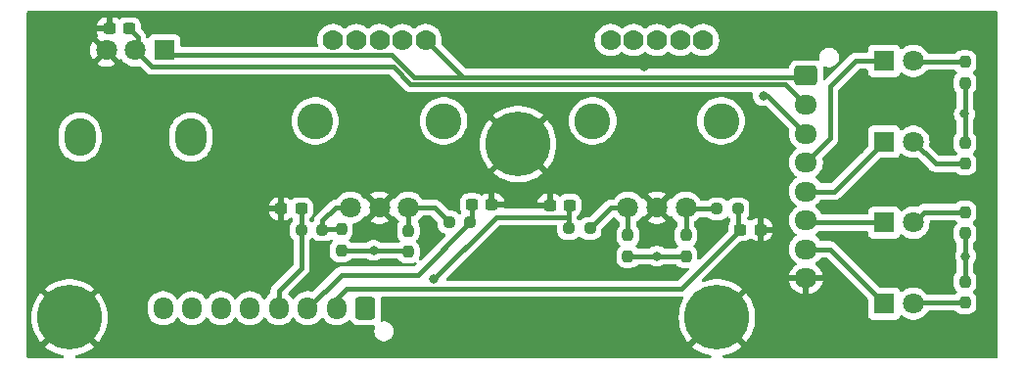
<source format=gbr>
%TF.GenerationSoftware,KiCad,Pcbnew,8.0.1*%
%TF.CreationDate,2024-05-21T11:09:40+02:00*%
%TF.ProjectId,SecondaryBoard,5365636f-6e64-4617-9279-426f6172642e,rev?*%
%TF.SameCoordinates,Original*%
%TF.FileFunction,Copper,L2,Bot*%
%TF.FilePolarity,Positive*%
%FSLAX46Y46*%
G04 Gerber Fmt 4.6, Leading zero omitted, Abs format (unit mm)*
G04 Created by KiCad (PCBNEW 8.0.1) date 2024-05-21 11:09:40*
%MOMM*%
%LPD*%
G01*
G04 APERTURE LIST*
G04 Aperture macros list*
%AMRoundRect*
0 Rectangle with rounded corners*
0 $1 Rounding radius*
0 $2 $3 $4 $5 $6 $7 $8 $9 X,Y pos of 4 corners*
0 Add a 4 corners polygon primitive as box body*
4,1,4,$2,$3,$4,$5,$6,$7,$8,$9,$2,$3,0*
0 Add four circle primitives for the rounded corners*
1,1,$1+$1,$2,$3*
1,1,$1+$1,$4,$5*
1,1,$1+$1,$6,$7*
1,1,$1+$1,$8,$9*
0 Add four rect primitives between the rounded corners*
20,1,$1+$1,$2,$3,$4,$5,0*
20,1,$1+$1,$4,$5,$6,$7,0*
20,1,$1+$1,$6,$7,$8,$9,0*
20,1,$1+$1,$8,$9,$2,$3,0*%
G04 Aperture macros list end*
%TA.AperFunction,ComponentPad*%
%ADD10R,1.800000X1.800000*%
%TD*%
%TA.AperFunction,ComponentPad*%
%ADD11C,1.800000*%
%TD*%
%TA.AperFunction,ComponentPad*%
%ADD12C,1.778000*%
%TD*%
%TA.AperFunction,ComponentPad*%
%ADD13C,1.798320*%
%TD*%
%TA.AperFunction,ComponentPad*%
%ADD14C,3.114040*%
%TD*%
%TA.AperFunction,ComponentPad*%
%ADD15C,5.600000*%
%TD*%
%TA.AperFunction,ComponentPad*%
%ADD16O,2.720000X3.240000*%
%TD*%
%TA.AperFunction,SMDPad,CuDef*%
%ADD17RoundRect,0.237500X0.300000X0.237500X-0.300000X0.237500X-0.300000X-0.237500X0.300000X-0.237500X0*%
%TD*%
%TA.AperFunction,SMDPad,CuDef*%
%ADD18RoundRect,0.237500X0.237500X-0.250000X0.237500X0.250000X-0.237500X0.250000X-0.237500X-0.250000X0*%
%TD*%
%TA.AperFunction,SMDPad,CuDef*%
%ADD19RoundRect,0.237500X-0.250000X-0.237500X0.250000X-0.237500X0.250000X0.237500X-0.250000X0.237500X0*%
%TD*%
%TA.AperFunction,SMDPad,CuDef*%
%ADD20RoundRect,0.237500X0.250000X0.237500X-0.250000X0.237500X-0.250000X-0.237500X0.250000X-0.237500X0*%
%TD*%
%TA.AperFunction,SMDPad,CuDef*%
%ADD21RoundRect,0.237500X-0.237500X0.250000X-0.237500X-0.250000X0.237500X-0.250000X0.237500X0.250000X0*%
%TD*%
%TA.AperFunction,SMDPad,CuDef*%
%ADD22RoundRect,0.237500X-0.300000X-0.237500X0.300000X-0.237500X0.300000X0.237500X-0.300000X0.237500X0*%
%TD*%
%TA.AperFunction,ComponentPad*%
%ADD23RoundRect,0.250000X0.600000X0.725000X-0.600000X0.725000X-0.600000X-0.725000X0.600000X-0.725000X0*%
%TD*%
%TA.AperFunction,ComponentPad*%
%ADD24O,1.700000X1.950000*%
%TD*%
%TA.AperFunction,ComponentPad*%
%ADD25RoundRect,0.250000X-0.725000X0.600000X-0.725000X-0.600000X0.725000X-0.600000X0.725000X0.600000X0*%
%TD*%
%TA.AperFunction,ComponentPad*%
%ADD26O,1.950000X1.700000*%
%TD*%
%TA.AperFunction,ViaPad*%
%ADD27C,0.800000*%
%TD*%
%TA.AperFunction,Conductor*%
%ADD28C,0.400000*%
%TD*%
G04 APERTURE END LIST*
D10*
%TO.P,D4,1,K*%
%TO.N,band3*%
X214649900Y-44800000D03*
D11*
%TO.P,D4,2,A*%
%TO.N,Net-(D4-A)*%
X217189900Y-44800000D03*
%TD*%
D12*
%TO.P,S1,1*%
%TO.N,Net-(R9-Pad1)*%
X191002040Y-43002300D03*
%TO.P,S1,2*%
%TO.N,Net-(R10-Pad1)*%
X193001020Y-43002300D03*
%TO.P,S1,3*%
%TO.N,EQ_BAND_BTN*%
X195000000Y-43002300D03*
%TO.P,S1,4*%
%TO.N,unconnected-(S1-Pad4)*%
X196998980Y-43002300D03*
%TO.P,S1,5*%
%TO.N,+3.3V*%
X198997960Y-43002300D03*
D13*
%TO.P,S1,A*%
%TO.N,Net-(R1-Pad2)*%
X192500640Y-57498080D03*
%TO.P,S1,B*%
%TO.N,Net-(R4-Pad2)*%
X197499360Y-57498080D03*
%TO.P,S1,C*%
%TO.N,GND*%
X195000000Y-57498080D03*
D14*
%TO.P,S1,M1*%
%TO.N,N/C*%
X189450100Y-50000000D03*
%TO.P,S1,M2*%
X200549900Y-50000000D03*
%TD*%
D15*
%TO.P,H2,1,1*%
%TO.N,GND*%
X144200000Y-67000000D03*
%TD*%
D12*
%TO.P,S2,1*%
%TO.N,Net-(R12-Pad2)*%
X167002040Y-43002300D03*
%TO.P,S2,2*%
%TO.N,unconnected-(S2-Pad2)*%
X169001020Y-43002300D03*
%TO.P,S2,3*%
%TO.N,unconnected-(S2-Pad3)*%
X171000000Y-43002300D03*
%TO.P,S2,4*%
%TO.N,Net-(R11-Pad2)*%
X172998980Y-43002300D03*
%TO.P,S2,5*%
%TO.N,+3.3V*%
X174997960Y-43002300D03*
D13*
%TO.P,S2,A*%
%TO.N,Net-(R3-Pad2)*%
X168500640Y-57498080D03*
%TO.P,S2,B*%
%TO.N,Net-(R7-Pad2)*%
X173499360Y-57498080D03*
%TO.P,S2,C*%
%TO.N,GND*%
X171000000Y-57498080D03*
D14*
%TO.P,S2,M1*%
%TO.N,N/C*%
X165450100Y-50000000D03*
%TO.P,S2,M2*%
X176549900Y-50000000D03*
%TD*%
D10*
%TO.P,D1,1,K*%
%TO.N,band0*%
X214649900Y-65800000D03*
D11*
%TO.P,D1,2,A*%
%TO.N,Net-(D1-A)*%
X217189900Y-65800000D03*
%TD*%
D10*
%TO.P,D2,1,K*%
%TO.N,band1*%
X214649900Y-58800000D03*
D11*
%TO.P,D2,2,A*%
%TO.N,Net-(D2-A)*%
X217189900Y-58800000D03*
%TD*%
D10*
%TO.P,D3,1,K*%
%TO.N,band2*%
X214649900Y-51800000D03*
D11*
%TO.P,D3,2,A*%
%TO.N,Net-(D3-A)*%
X217189900Y-51800000D03*
%TD*%
D16*
%TO.P,RV1,*%
%TO.N,*%
X154700000Y-51400000D03*
X145100000Y-51400000D03*
D10*
%TO.P,RV1,1,1*%
%TO.N,+3.3V*%
X152400000Y-43900000D03*
D11*
%TO.P,RV1,2,2*%
%TO.N,Potar_volume*%
X149900000Y-43900000D03*
%TO.P,RV1,3,3*%
%TO.N,GND*%
X147400000Y-43900000D03*
%TD*%
D15*
%TO.P,H3,1,1*%
%TO.N,GND*%
X200200000Y-67000000D03*
%TD*%
%TO.P,H1,1,1*%
%TO.N,GND*%
X183000000Y-52000000D03*
%TD*%
D17*
%TO.P,C1,1*%
%TO.N,GND*%
X180725000Y-57230000D03*
%TO.P,C1,2*%
%TO.N,B Encodeur 2*%
X179000000Y-57230000D03*
%TD*%
D18*
%TO.P,R3,1*%
%TO.N,+3.3V*%
X167700000Y-61212500D03*
%TO.P,R3,2*%
%TO.N,Net-(R3-Pad2)*%
X167700000Y-59387500D03*
%TD*%
D19*
%TO.P,R6,1*%
%TO.N,A Encodeur 2*%
X164252400Y-59434730D03*
%TO.P,R6,2*%
%TO.N,Net-(R3-Pad2)*%
X166077400Y-59434730D03*
%TD*%
D20*
%TO.P,R5,1*%
%TO.N,B Encodeur 1*%
X202012500Y-57600000D03*
%TO.P,R5,2*%
%TO.N,Net-(R4-Pad2)*%
X200187500Y-57600000D03*
%TD*%
D21*
%TO.P,R15,1*%
%TO.N,+3.3V*%
X221649900Y-51887500D03*
%TO.P,R15,2*%
%TO.N,Net-(D3-A)*%
X221649900Y-53712500D03*
%TD*%
D18*
%TO.P,R1,1*%
%TO.N,+3.3V*%
X192500000Y-61712500D03*
%TO.P,R1,2*%
%TO.N,Net-(R1-Pad2)*%
X192500000Y-59887500D03*
%TD*%
D22*
%TO.P,C2,1*%
%TO.N,GND*%
X162507400Y-57594730D03*
%TO.P,C2,2*%
%TO.N,A Encodeur 2*%
X164232400Y-57594730D03*
%TD*%
D20*
%TO.P,R8,1*%
%TO.N,B Encodeur 2*%
X178867500Y-58755000D03*
%TO.P,R8,2*%
%TO.N,Net-(R7-Pad2)*%
X177042500Y-58755000D03*
%TD*%
D21*
%TO.P,R16,1*%
%TO.N,Net-(D4-A)*%
X221649900Y-44887500D03*
%TO.P,R16,2*%
%TO.N,+3.3V*%
X221649900Y-46712500D03*
%TD*%
D23*
%TO.P,J4,1,Pin_1*%
%TO.N,A Encodeur 1*%
X169800000Y-66200000D03*
D24*
%TO.P,J4,2,Pin_2*%
%TO.N,B Encodeur 1*%
X167300000Y-66200000D03*
%TO.P,J4,3,Pin_3*%
%TO.N,B Encodeur 2*%
X164800000Y-66200000D03*
%TO.P,J4,4,Pin_4*%
%TO.N,A Encodeur 2*%
X162300000Y-66200000D03*
%TO.P,J4,5,Pin_5*%
%TO.N,TIM3_CH1*%
X159800000Y-66200000D03*
%TO.P,J4,6,Pin_6*%
%TO.N,TIM3_CH2*%
X157300000Y-66200000D03*
%TO.P,J4,7,Pin_7*%
%TO.N,TIM3_CH3*%
X154800000Y-66200000D03*
%TO.P,J4,8,Pin_8*%
%TO.N,TIM3_CH4*%
X152300000Y-66200000D03*
%TD*%
D18*
%TO.P,R7,1*%
%TO.N,+3.3V*%
X173500000Y-61312500D03*
%TO.P,R7,2*%
%TO.N,Net-(R7-Pad2)*%
X173500000Y-59487500D03*
%TD*%
D17*
%TO.P,C3,1*%
%TO.N,GND*%
X203962500Y-59400000D03*
%TO.P,C3,2*%
%TO.N,B Encodeur 1*%
X202237500Y-59400000D03*
%TD*%
D25*
%TO.P,J5,1,Pin_1*%
%TO.N,+3.3V*%
X207900000Y-46100000D03*
D26*
%TO.P,J5,2,Pin_2*%
%TO.N,Potar_volume*%
X207900000Y-48600000D03*
%TO.P,J5,3,Pin_3*%
%TO.N,EQ_BAND_BTN*%
X207900000Y-51100000D03*
%TO.P,J5,4,Pin_4*%
%TO.N,band3*%
X207900000Y-53600000D03*
%TO.P,J5,5,Pin_5*%
%TO.N,band2*%
X207900000Y-56100000D03*
%TO.P,J5,6,Pin_6*%
%TO.N,band1*%
X207900000Y-58600000D03*
%TO.P,J5,7,Pin_7*%
%TO.N,band0*%
X207900000Y-61100000D03*
%TO.P,J5,8,Pin_8*%
%TO.N,GND*%
X207900000Y-63600000D03*
%TD*%
D18*
%TO.P,R13,1*%
%TO.N,Net-(D1-A)*%
X221649900Y-65712500D03*
%TO.P,R13,2*%
%TO.N,+3.3V*%
X221649900Y-63887500D03*
%TD*%
%TO.P,R4,1*%
%TO.N,+3.3V*%
X197500000Y-61712500D03*
%TO.P,R4,2*%
%TO.N,Net-(R4-Pad2)*%
X197500000Y-59887500D03*
%TD*%
D21*
%TO.P,R14,1*%
%TO.N,Net-(D2-A)*%
X221649900Y-57887500D03*
%TO.P,R14,2*%
%TO.N,+3.3V*%
X221649900Y-59712500D03*
%TD*%
D22*
%TO.P,C5,1*%
%TO.N,GND*%
X147637500Y-42000000D03*
%TO.P,C5,2*%
%TO.N,Potar_volume*%
X149362500Y-42000000D03*
%TD*%
D19*
%TO.P,R2,1*%
%TO.N,A Encodeur 1*%
X187387500Y-59300000D03*
%TO.P,R2,2*%
%TO.N,Net-(R1-Pad2)*%
X189212500Y-59300000D03*
%TD*%
D22*
%TO.P,C4,1*%
%TO.N,GND*%
X185737500Y-57300000D03*
%TO.P,C4,2*%
%TO.N,A Encodeur 1*%
X187462500Y-57300000D03*
%TD*%
D27*
%TO.N,GND*%
X223600000Y-68900000D03*
X223600000Y-58900000D03*
X223600000Y-51400000D03*
X152300000Y-40900000D03*
X175100000Y-41000000D03*
X190500000Y-40900000D03*
X190500000Y-69100000D03*
X175100000Y-69100000D03*
X211200000Y-69000000D03*
X152200000Y-69200000D03*
%TO.N,A Encodeur 1*%
X175700000Y-63700000D03*
%TO.N,GND*%
X141800000Y-63300000D03*
X141800000Y-54000000D03*
X141800000Y-42000000D03*
X207900000Y-41100000D03*
X199700000Y-45000000D03*
X155000000Y-42500000D03*
X183000000Y-43000000D03*
%TO.N,EQ_BAND_BTN*%
X204200000Y-47800000D03*
%TO.N,GND*%
X183000000Y-60800000D03*
X192500000Y-52500000D03*
X166000000Y-62000000D03*
X193900000Y-45300000D03*
X212500000Y-47500000D03*
X197500000Y-52500000D03*
X175100000Y-60100000D03*
X212500000Y-52500000D03*
X169200000Y-49400000D03*
X199000000Y-59000000D03*
X177500000Y-52500000D03*
X187500000Y-52500000D03*
X204400000Y-43900000D03*
X223600000Y-41700000D03*
X215000000Y-62500000D03*
X212500000Y-42500000D03*
X166600000Y-46400000D03*
X202600000Y-42000000D03*
X155000000Y-57500000D03*
%TO.N,+3.3V*%
X221700000Y-61700000D03*
X221600000Y-49400000D03*
X195000000Y-61700000D03*
X170500000Y-61200000D03*
%TD*%
D28*
%TO.N,Potar_volume*%
X151300000Y-45300000D02*
X149900000Y-43900000D01*
X172200000Y-45300000D02*
X151300000Y-45300000D01*
X173700000Y-46800000D02*
X172200000Y-45300000D01*
X206100000Y-46800000D02*
X173700000Y-46800000D01*
X207900000Y-48600000D02*
X206100000Y-46800000D01*
%TO.N,+3.3V*%
X174000000Y-46200000D02*
X178200000Y-46200000D01*
X172091300Y-44291300D02*
X174000000Y-46200000D01*
X152791300Y-44291300D02*
X172091300Y-44291300D01*
X152400000Y-43900000D02*
X152791300Y-44291300D01*
X178200000Y-46200000D02*
X178300000Y-46200000D01*
X178300000Y-46200000D02*
X207800000Y-46200000D01*
X174997960Y-43002300D02*
X175002300Y-43002300D01*
X175002300Y-43002300D02*
X178200000Y-46200000D01*
X207800000Y-46200000D02*
X207900000Y-46100000D01*
%TO.N,EQ_BAND_BTN*%
X204600000Y-47800000D02*
X207900000Y-51100000D01*
X204200000Y-47800000D02*
X204600000Y-47800000D01*
%TO.N,A Encodeur 1*%
X181100000Y-58300000D02*
X175700000Y-63700000D01*
X187387500Y-58300000D02*
X181100000Y-58300000D01*
%TO.N,B Encodeur 1*%
X197137500Y-64500000D02*
X202237500Y-59400000D01*
X168200000Y-64500000D02*
X197137500Y-64500000D01*
X167300000Y-65400000D02*
X168200000Y-64500000D01*
X167300000Y-66200000D02*
X167300000Y-65400000D01*
%TO.N,B Encodeur 2*%
X178867500Y-58755000D02*
X174322500Y-63300000D01*
X179000000Y-57230000D02*
X179000000Y-57970000D01*
X179000000Y-57970000D02*
X179000000Y-58622500D01*
X167700000Y-63300000D02*
X164800000Y-66200000D01*
X174322500Y-63300000D02*
X167700000Y-63300000D01*
X179000000Y-58622500D02*
X178867500Y-58755000D01*
%TO.N,A Encodeur 2*%
X164252400Y-62747600D02*
X162300000Y-64700000D01*
X164232400Y-57594730D02*
X164232400Y-59414730D01*
X164232400Y-59414730D02*
X164252400Y-59434730D01*
X164252400Y-59434730D02*
X164252400Y-62747600D01*
X162300000Y-64700000D02*
X162300000Y-66200000D01*
%TO.N,B Encodeur 1*%
X202012500Y-59175000D02*
X202237500Y-59400000D01*
X202012500Y-57600000D02*
X202012500Y-59175000D01*
%TO.N,A Encodeur 1*%
X187387500Y-58300000D02*
X187387500Y-57375000D01*
X187387500Y-59300000D02*
X187387500Y-58300000D01*
X187387500Y-57375000D02*
X187462500Y-57300000D01*
%TO.N,Potar_volume*%
X149362500Y-42000000D02*
X150100000Y-42737500D01*
X150100000Y-42737500D02*
X150100000Y-43700000D01*
X150100000Y-43700000D02*
X149900000Y-43900000D01*
%TO.N,Net-(D1-A)*%
X217277400Y-65712500D02*
X217189900Y-65800000D01*
X221649900Y-65712500D02*
X217277400Y-65712500D01*
%TO.N,band0*%
X207900000Y-61100000D02*
X209949900Y-61100000D01*
X209949900Y-61100000D02*
X214649900Y-65800000D01*
%TO.N,Net-(D2-A)*%
X221649900Y-57887500D02*
X218102400Y-57887500D01*
X218102400Y-57887500D02*
X217189900Y-58800000D01*
%TO.N,band1*%
X214649900Y-58800000D02*
X208100000Y-58800000D01*
X208100000Y-58800000D02*
X207900000Y-58600000D01*
%TO.N,band2*%
X214649900Y-51800000D02*
X210349900Y-56100000D01*
X210349900Y-56100000D02*
X207900000Y-56100000D01*
%TO.N,Net-(D3-A)*%
X221649900Y-53712500D02*
X219102400Y-53712500D01*
X219102400Y-53712500D02*
X217189900Y-51800000D01*
%TO.N,Net-(D4-A)*%
X217277400Y-44887500D02*
X217189900Y-44800000D01*
X221649900Y-44887500D02*
X217277400Y-44887500D01*
%TO.N,band3*%
X210000000Y-47000000D02*
X210000000Y-51500000D01*
X210000000Y-51500000D02*
X207900000Y-53600000D01*
X212200000Y-44800000D02*
X210000000Y-47000000D01*
X214649900Y-44800000D02*
X212200000Y-44800000D01*
%TO.N,+3.3V*%
X167700000Y-61212500D02*
X170487500Y-61212500D01*
X173500000Y-61312500D02*
X173387500Y-61200000D01*
X173387500Y-61200000D02*
X170500000Y-61200000D01*
X221649900Y-63887500D02*
X221649900Y-61750100D01*
X194987500Y-61712500D02*
X195000000Y-61700000D01*
X221649900Y-61750100D02*
X221700000Y-61700000D01*
X221600000Y-49400000D02*
X221649900Y-49350100D01*
X195012500Y-61712500D02*
X195000000Y-61700000D01*
X221649900Y-49449900D02*
X221649900Y-51887500D01*
X221649900Y-61649900D02*
X221700000Y-61700000D01*
X192500000Y-61712500D02*
X194987500Y-61712500D01*
X170487500Y-61212500D02*
X170500000Y-61200000D01*
X221600000Y-49400000D02*
X221649900Y-49449900D01*
X221649900Y-59712500D02*
X221649900Y-61649900D01*
X197500000Y-61712500D02*
X195012500Y-61712500D01*
X221649900Y-49350100D02*
X221649900Y-46712500D01*
%TO.N,Net-(R1-Pad2)*%
X191014420Y-57498080D02*
X189212500Y-59300000D01*
X192500000Y-57498720D02*
X192500640Y-57498080D01*
X192500640Y-57498080D02*
X191014420Y-57498080D01*
X192500000Y-59887500D02*
X192500000Y-57498720D01*
%TO.N,Net-(R3-Pad2)*%
X166077400Y-58622600D02*
X167201920Y-57498080D01*
X167700000Y-59387500D02*
X166124630Y-59387500D01*
X166124630Y-59387500D02*
X166077400Y-59434730D01*
X167201920Y-57498080D02*
X168500640Y-57498080D01*
X166077400Y-59434730D02*
X166077400Y-58622600D01*
%TO.N,Net-(R4-Pad2)*%
X200187500Y-57600000D02*
X198351180Y-57600000D01*
X197500000Y-57498720D02*
X197499360Y-57498080D01*
X197500000Y-59887500D02*
X197500000Y-57498720D01*
%TO.N,Net-(R7-Pad2)*%
X177042500Y-58755000D02*
X175785580Y-57498080D01*
X173500000Y-59487500D02*
X173500000Y-57498720D01*
X175785580Y-57498080D02*
X173499360Y-57498080D01*
X173500000Y-57498720D02*
X173499360Y-57498080D01*
%TD*%
%TA.AperFunction,Conductor*%
%TO.N,GND*%
G36*
X220834887Y-58607685D02*
G01*
X220855529Y-58624319D01*
X220943529Y-58712319D01*
X220977014Y-58773642D01*
X220972030Y-58843334D01*
X220943529Y-58887681D01*
X220829561Y-59001648D01*
X220738993Y-59148481D01*
X220738991Y-59148486D01*
X220725790Y-59188324D01*
X220684726Y-59312247D01*
X220684726Y-59312248D01*
X220684725Y-59312248D01*
X220674400Y-59413315D01*
X220674400Y-60011669D01*
X220674401Y-60011687D01*
X220684725Y-60112752D01*
X220717719Y-60212319D01*
X220738655Y-60275500D01*
X220738992Y-60276515D01*
X220738993Y-60276518D01*
X220760205Y-60310908D01*
X220824933Y-60415849D01*
X220829561Y-60423351D01*
X220913081Y-60506871D01*
X220946566Y-60568194D01*
X220949400Y-60594552D01*
X220949400Y-61165851D01*
X220932787Y-61227850D01*
X220872823Y-61331710D01*
X220872818Y-61331722D01*
X220814327Y-61511740D01*
X220814326Y-61511744D01*
X220794540Y-61700000D01*
X220814326Y-61888256D01*
X220814327Y-61888259D01*
X220872818Y-62068277D01*
X220872821Y-62068284D01*
X220917308Y-62145338D01*
X220932787Y-62172147D01*
X220949400Y-62234147D01*
X220949400Y-63005448D01*
X220929715Y-63072487D01*
X220913081Y-63093129D01*
X220829561Y-63176648D01*
X220738993Y-63323481D01*
X220738992Y-63323484D01*
X220684726Y-63487247D01*
X220684726Y-63487248D01*
X220684725Y-63487248D01*
X220674400Y-63588315D01*
X220674400Y-64186669D01*
X220674401Y-64186687D01*
X220684725Y-64287752D01*
X220721009Y-64397249D01*
X220734414Y-64437702D01*
X220738992Y-64451515D01*
X220738993Y-64451518D01*
X220829561Y-64598351D01*
X220943529Y-64712319D01*
X220977014Y-64773642D01*
X220972030Y-64843334D01*
X220943529Y-64887681D01*
X220855529Y-64975681D01*
X220794206Y-65009166D01*
X220767848Y-65012000D01*
X218415085Y-65012000D01*
X218348046Y-64992315D01*
X218311277Y-64955822D01*
X218298884Y-64936854D01*
X218298882Y-64936852D01*
X218298879Y-64936847D01*
X218141684Y-64766087D01*
X218141679Y-64766083D01*
X218141677Y-64766081D01*
X217958534Y-64623535D01*
X217958528Y-64623531D01*
X217754404Y-64513064D01*
X217754395Y-64513061D01*
X217534884Y-64437702D01*
X217344350Y-64405908D01*
X217305949Y-64399500D01*
X217073851Y-64399500D01*
X217035450Y-64405908D01*
X216844915Y-64437702D01*
X216625404Y-64513061D01*
X216625395Y-64513064D01*
X216421271Y-64623531D01*
X216421265Y-64623535D01*
X216238122Y-64766081D01*
X216238118Y-64766085D01*
X216238116Y-64766086D01*
X216238116Y-64766087D01*
X216231162Y-64773642D01*
X216229766Y-64775158D01*
X216169879Y-64811148D01*
X216100041Y-64809047D01*
X216042425Y-64769522D01*
X216022355Y-64734507D01*
X215993697Y-64657671D01*
X215993693Y-64657664D01*
X215907447Y-64542455D01*
X215907444Y-64542452D01*
X215792235Y-64456206D01*
X215792228Y-64456202D01*
X215657382Y-64405908D01*
X215657383Y-64405908D01*
X215597783Y-64399501D01*
X215597781Y-64399500D01*
X215597773Y-64399500D01*
X215597765Y-64399500D01*
X214291419Y-64399500D01*
X214224380Y-64379815D01*
X214203738Y-64363181D01*
X210396446Y-60555888D01*
X210396445Y-60555887D01*
X210281707Y-60479222D01*
X210154232Y-60426421D01*
X210154222Y-60426418D01*
X210018896Y-60399500D01*
X210018894Y-60399500D01*
X210018893Y-60399500D01*
X209248547Y-60399500D01*
X209181508Y-60379815D01*
X209148230Y-60348385D01*
X209095274Y-60275498D01*
X209055107Y-60220211D01*
X208904792Y-60069896D01*
X208887795Y-60057547D01*
X208740204Y-59950316D01*
X208697540Y-59894989D01*
X208691561Y-59825376D01*
X208724166Y-59763580D01*
X208740199Y-59749686D01*
X208904792Y-59630104D01*
X208998077Y-59536819D01*
X209059400Y-59503334D01*
X209085758Y-59500500D01*
X213125401Y-59500500D01*
X213192440Y-59520185D01*
X213238195Y-59572989D01*
X213249401Y-59624500D01*
X213249401Y-59747876D01*
X213255808Y-59807483D01*
X213306102Y-59942328D01*
X213306106Y-59942335D01*
X213392352Y-60057544D01*
X213392355Y-60057547D01*
X213507564Y-60143793D01*
X213507571Y-60143797D01*
X213642417Y-60194091D01*
X213642416Y-60194091D01*
X213649344Y-60194835D01*
X213702027Y-60200500D01*
X215597772Y-60200499D01*
X215657383Y-60194091D01*
X215792231Y-60143796D01*
X215907446Y-60057546D01*
X215993696Y-59942331D01*
X215998710Y-59928889D01*
X216022355Y-59865493D01*
X216064226Y-59809559D01*
X216129690Y-59785141D01*
X216197963Y-59799992D01*
X216229766Y-59824843D01*
X216237202Y-59832920D01*
X216238115Y-59833912D01*
X216238122Y-59833918D01*
X216421265Y-59976464D01*
X216421271Y-59976468D01*
X216421274Y-59976470D01*
X216625397Y-60086936D01*
X216722694Y-60120338D01*
X216844915Y-60162297D01*
X216844917Y-60162297D01*
X216844919Y-60162298D01*
X217073851Y-60200500D01*
X217073852Y-60200500D01*
X217305948Y-60200500D01*
X217305949Y-60200500D01*
X217534881Y-60162298D01*
X217754403Y-60086936D01*
X217958526Y-59976470D01*
X217990585Y-59951518D01*
X218072511Y-59887752D01*
X218141684Y-59833913D01*
X218298879Y-59663153D01*
X218425824Y-59468849D01*
X218519057Y-59256300D01*
X218576034Y-59031305D01*
X218576035Y-59031297D01*
X218595200Y-58800006D01*
X218595200Y-58800004D01*
X218593894Y-58784246D01*
X218589929Y-58736380D01*
X218588757Y-58722238D01*
X218602839Y-58653803D01*
X218651685Y-58603844D01*
X218712334Y-58588000D01*
X220767848Y-58588000D01*
X220834887Y-58607685D01*
G37*
%TD.AperFunction*%
%TA.AperFunction,Conductor*%
G36*
X213192440Y-45520185D02*
G01*
X213238195Y-45572989D01*
X213249401Y-45624500D01*
X213249401Y-45747876D01*
X213255808Y-45807483D01*
X213306102Y-45942328D01*
X213306106Y-45942335D01*
X213392352Y-46057544D01*
X213392355Y-46057547D01*
X213507564Y-46143793D01*
X213507571Y-46143797D01*
X213642417Y-46194091D01*
X213642416Y-46194091D01*
X213649344Y-46194835D01*
X213702027Y-46200500D01*
X215597772Y-46200499D01*
X215657383Y-46194091D01*
X215792231Y-46143796D01*
X215907446Y-46057546D01*
X215993696Y-45942331D01*
X216022355Y-45865493D01*
X216064226Y-45809559D01*
X216129690Y-45785141D01*
X216197963Y-45799992D01*
X216229766Y-45824843D01*
X216237202Y-45832920D01*
X216238115Y-45833912D01*
X216238122Y-45833918D01*
X216421265Y-45976464D01*
X216421271Y-45976468D01*
X216421274Y-45976470D01*
X216625397Y-46086936D01*
X216739387Y-46126068D01*
X216844915Y-46162297D01*
X216844917Y-46162297D01*
X216844919Y-46162298D01*
X217073851Y-46200500D01*
X217073852Y-46200500D01*
X217305948Y-46200500D01*
X217305949Y-46200500D01*
X217534881Y-46162298D01*
X217754403Y-46086936D01*
X217958526Y-45976470D01*
X218141684Y-45833913D01*
X218298879Y-45663153D01*
X218301193Y-45659611D01*
X218311277Y-45644178D01*
X218364424Y-45598821D01*
X218415085Y-45588000D01*
X220767848Y-45588000D01*
X220834887Y-45607685D01*
X220855529Y-45624319D01*
X220943529Y-45712319D01*
X220977014Y-45773642D01*
X220972030Y-45843334D01*
X220943529Y-45887681D01*
X220829561Y-46001648D01*
X220738993Y-46148481D01*
X220738991Y-46148486D01*
X220711619Y-46231088D01*
X220684726Y-46312247D01*
X220684726Y-46312248D01*
X220684725Y-46312248D01*
X220674400Y-46413315D01*
X220674400Y-47011669D01*
X220674401Y-47011687D01*
X220684725Y-47112752D01*
X220721009Y-47222249D01*
X220738317Y-47274480D01*
X220738992Y-47276515D01*
X220738993Y-47276518D01*
X220768150Y-47323789D01*
X220827969Y-47420771D01*
X220829561Y-47423351D01*
X220913081Y-47506871D01*
X220946566Y-47568194D01*
X220949400Y-47594552D01*
X220949400Y-48729189D01*
X220929715Y-48796228D01*
X220917550Y-48812161D01*
X220867466Y-48867785D01*
X220772821Y-49031715D01*
X220772818Y-49031722D01*
X220725171Y-49178366D01*
X220714326Y-49211744D01*
X220694540Y-49400000D01*
X220714326Y-49588256D01*
X220714327Y-49588259D01*
X220772818Y-49768277D01*
X220772821Y-49768284D01*
X220867466Y-49932215D01*
X220917549Y-49987837D01*
X220947780Y-50050829D01*
X220949400Y-50070810D01*
X220949400Y-51005448D01*
X220929715Y-51072487D01*
X220913081Y-51093129D01*
X220829561Y-51176648D01*
X220738993Y-51323481D01*
X220738992Y-51323484D01*
X220684726Y-51487247D01*
X220684726Y-51487248D01*
X220684725Y-51487248D01*
X220674400Y-51588315D01*
X220674400Y-52186669D01*
X220674401Y-52186687D01*
X220684725Y-52287752D01*
X220738992Y-52451515D01*
X220738993Y-52451518D01*
X220759430Y-52484651D01*
X220812009Y-52569896D01*
X220829561Y-52598351D01*
X220943529Y-52712319D01*
X220977014Y-52773642D01*
X220972030Y-52843334D01*
X220943529Y-52887681D01*
X220855529Y-52975681D01*
X220794206Y-53009166D01*
X220767848Y-53012000D01*
X219443918Y-53012000D01*
X219376879Y-52992315D01*
X219356237Y-52975681D01*
X218592681Y-52212124D01*
X218559196Y-52150801D01*
X218560157Y-52094001D01*
X218576032Y-52031313D01*
X218576035Y-52031297D01*
X218595200Y-51800006D01*
X218595200Y-51799993D01*
X218576035Y-51568702D01*
X218576033Y-51568691D01*
X218519057Y-51343699D01*
X218425824Y-51131151D01*
X218298883Y-50936852D01*
X218298880Y-50936849D01*
X218298879Y-50936847D01*
X218141684Y-50766087D01*
X218141679Y-50766083D01*
X218141677Y-50766081D01*
X217958534Y-50623535D01*
X217958528Y-50623531D01*
X217754404Y-50513064D01*
X217754395Y-50513061D01*
X217534884Y-50437702D01*
X217344350Y-50405908D01*
X217305949Y-50399500D01*
X217073851Y-50399500D01*
X217035450Y-50405908D01*
X216844915Y-50437702D01*
X216625404Y-50513061D01*
X216625395Y-50513064D01*
X216421271Y-50623531D01*
X216421265Y-50623535D01*
X216238122Y-50766081D01*
X216238118Y-50766085D01*
X216229766Y-50775158D01*
X216169879Y-50811148D01*
X216100041Y-50809047D01*
X216042425Y-50769522D01*
X216022355Y-50734507D01*
X215993697Y-50657671D01*
X215993693Y-50657664D01*
X215907447Y-50542455D01*
X215907444Y-50542452D01*
X215792235Y-50456206D01*
X215792228Y-50456202D01*
X215657382Y-50405908D01*
X215657383Y-50405908D01*
X215597783Y-50399501D01*
X215597781Y-50399500D01*
X215597773Y-50399500D01*
X215597764Y-50399500D01*
X213702029Y-50399500D01*
X213702023Y-50399501D01*
X213642416Y-50405908D01*
X213507571Y-50456202D01*
X213507564Y-50456206D01*
X213392355Y-50542452D01*
X213392352Y-50542455D01*
X213306106Y-50657664D01*
X213306102Y-50657671D01*
X213255808Y-50792517D01*
X213249401Y-50852116D01*
X213249400Y-50852135D01*
X213249400Y-52158481D01*
X213229715Y-52225520D01*
X213213081Y-52246162D01*
X210096062Y-55363181D01*
X210034739Y-55396666D01*
X210008381Y-55399500D01*
X209248547Y-55399500D01*
X209181508Y-55379815D01*
X209148230Y-55348385D01*
X209055108Y-55220213D01*
X209055107Y-55220211D01*
X208904792Y-55069896D01*
X208904784Y-55069890D01*
X208740204Y-54950316D01*
X208697540Y-54894989D01*
X208691561Y-54825376D01*
X208724166Y-54763580D01*
X208740199Y-54749686D01*
X208904792Y-54630104D01*
X209055104Y-54479792D01*
X209055106Y-54479788D01*
X209055109Y-54479786D01*
X209180048Y-54307820D01*
X209180047Y-54307820D01*
X209180051Y-54307816D01*
X209276557Y-54118412D01*
X209342246Y-53916243D01*
X209375500Y-53706287D01*
X209375500Y-53493713D01*
X209342246Y-53283757D01*
X209332533Y-53253867D01*
X209330538Y-53184029D01*
X209362782Y-53127872D01*
X210544113Y-51946543D01*
X210620774Y-51831812D01*
X210620775Y-51831811D01*
X210662530Y-51731006D01*
X210673580Y-51704329D01*
X210679541Y-51674357D01*
X210685557Y-51644117D01*
X210685557Y-51644114D01*
X210700500Y-51568993D01*
X210700500Y-47341519D01*
X210720185Y-47274480D01*
X210736819Y-47253838D01*
X212453838Y-45536819D01*
X212515161Y-45503334D01*
X212541519Y-45500500D01*
X213125401Y-45500500D01*
X213192440Y-45520185D01*
G37*
%TD.AperFunction*%
%TA.AperFunction,Conductor*%
G36*
X224442539Y-40520185D02*
G01*
X224488294Y-40572989D01*
X224499500Y-40624500D01*
X224499500Y-70375500D01*
X224479815Y-70442539D01*
X224427011Y-70488294D01*
X224375500Y-70499500D01*
X200792722Y-70499500D01*
X200725683Y-70479815D01*
X200679928Y-70427011D01*
X200669984Y-70357853D01*
X200699009Y-70294297D01*
X200757787Y-70256523D01*
X200766066Y-70254399D01*
X201084142Y-70184384D01*
X201423255Y-70070123D01*
X201423260Y-70070122D01*
X201748009Y-69919876D01*
X202054629Y-69735390D01*
X202054632Y-69735388D01*
X202339509Y-69518831D01*
X202352742Y-69506295D01*
X202352742Y-69506294D01*
X201140699Y-68294251D01*
X201242330Y-68220412D01*
X201420412Y-68042330D01*
X201494251Y-67940698D01*
X202703556Y-69150002D01*
X202830972Y-68999998D01*
X202830975Y-68999994D01*
X203031781Y-68703827D01*
X203199393Y-68387677D01*
X203199402Y-68387659D01*
X203331850Y-68055239D01*
X203331852Y-68055232D01*
X203427578Y-67710457D01*
X203427584Y-67710431D01*
X203485472Y-67357331D01*
X203485473Y-67357314D01*
X203504847Y-67000002D01*
X203504847Y-66999997D01*
X203485473Y-66642685D01*
X203485472Y-66642668D01*
X203427584Y-66289568D01*
X203427578Y-66289542D01*
X203331852Y-65944767D01*
X203331850Y-65944760D01*
X203199402Y-65612340D01*
X203199393Y-65612322D01*
X203031781Y-65296172D01*
X202830975Y-65000005D01*
X202830964Y-64999991D01*
X202703556Y-64849996D01*
X201494251Y-66059301D01*
X201420412Y-65957670D01*
X201242330Y-65779588D01*
X201140698Y-65705748D01*
X202352742Y-64493704D01*
X202339504Y-64481163D01*
X202054632Y-64264611D01*
X202054629Y-64264609D01*
X201748009Y-64080123D01*
X201423260Y-63929877D01*
X201423255Y-63929876D01*
X201084144Y-63815616D01*
X200734660Y-63738688D01*
X200378924Y-63700000D01*
X200021075Y-63700000D01*
X199665339Y-63738688D01*
X199315855Y-63815616D01*
X199058184Y-63902435D01*
X198988369Y-63905187D01*
X198928149Y-63869756D01*
X198896643Y-63807393D01*
X198903856Y-63737896D01*
X198930906Y-63697250D01*
X202216338Y-60411817D01*
X202277661Y-60378333D01*
X202304019Y-60375499D01*
X202586670Y-60375499D01*
X202586676Y-60375499D01*
X202687753Y-60365174D01*
X202851516Y-60310908D01*
X202998350Y-60220340D01*
X203012671Y-60206018D01*
X203073989Y-60172533D01*
X203143681Y-60177514D01*
X203188034Y-60206017D01*
X203201961Y-60219944D01*
X203201965Y-60219947D01*
X203348688Y-60310448D01*
X203348699Y-60310453D01*
X203512347Y-60364680D01*
X203613351Y-60374999D01*
X203712500Y-60374998D01*
X203712500Y-59650000D01*
X204212500Y-59650000D01*
X204212500Y-60374999D01*
X204311640Y-60374999D01*
X204311654Y-60374998D01*
X204412652Y-60364680D01*
X204576300Y-60310453D01*
X204576311Y-60310448D01*
X204723034Y-60219947D01*
X204723038Y-60219944D01*
X204844944Y-60098038D01*
X204844947Y-60098034D01*
X204935448Y-59951311D01*
X204935453Y-59951300D01*
X204989680Y-59787652D01*
X204999999Y-59686654D01*
X205000000Y-59686641D01*
X205000000Y-59650000D01*
X204212500Y-59650000D01*
X203712500Y-59650000D01*
X203712500Y-58425000D01*
X204212500Y-58425000D01*
X204212500Y-59150000D01*
X204999999Y-59150000D01*
X204999999Y-59113360D01*
X204999998Y-59113345D01*
X204989680Y-59012347D01*
X204935453Y-58848699D01*
X204935448Y-58848688D01*
X204844947Y-58701965D01*
X204844944Y-58701961D01*
X204723038Y-58580055D01*
X204723034Y-58580052D01*
X204576311Y-58489551D01*
X204576300Y-58489546D01*
X204412652Y-58435319D01*
X204311654Y-58425000D01*
X204212500Y-58425000D01*
X203712500Y-58425000D01*
X203712500Y-58424999D01*
X203613360Y-58425000D01*
X203613344Y-58425001D01*
X203512347Y-58435319D01*
X203348699Y-58489546D01*
X203348688Y-58489551D01*
X203201965Y-58580052D01*
X203188032Y-58593985D01*
X203126708Y-58627468D01*
X203057016Y-58622482D01*
X203012672Y-58593982D01*
X202998351Y-58579661D01*
X202998350Y-58579660D01*
X202863194Y-58496295D01*
X202816472Y-58444349D01*
X202805249Y-58375386D01*
X202833093Y-58311304D01*
X202840594Y-58303095D01*
X202845340Y-58298350D01*
X202935908Y-58151516D01*
X202990174Y-57987753D01*
X203000500Y-57886677D01*
X203000499Y-57313324D01*
X202999959Y-57308042D01*
X202990174Y-57212247D01*
X202978378Y-57176650D01*
X202935908Y-57048484D01*
X202845340Y-56901650D01*
X202723350Y-56779660D01*
X202576516Y-56689092D01*
X202412753Y-56634826D01*
X202412751Y-56634825D01*
X202311678Y-56624500D01*
X201713330Y-56624500D01*
X201713312Y-56624501D01*
X201612247Y-56634825D01*
X201448484Y-56689092D01*
X201448481Y-56689093D01*
X201301648Y-56779661D01*
X201187681Y-56893629D01*
X201126358Y-56927114D01*
X201056666Y-56922130D01*
X201012319Y-56893629D01*
X200898351Y-56779661D01*
X200898350Y-56779660D01*
X200751516Y-56689092D01*
X200587753Y-56634826D01*
X200587751Y-56634825D01*
X200486678Y-56624500D01*
X199888330Y-56624500D01*
X199888312Y-56624501D01*
X199787247Y-56634825D01*
X199623484Y-56689092D01*
X199623481Y-56689093D01*
X199476648Y-56779661D01*
X199393129Y-56863181D01*
X199331806Y-56896666D01*
X199305448Y-56899500D01*
X198846203Y-56899500D01*
X198779164Y-56879815D01*
X198738757Y-56833183D01*
X198736985Y-56834143D01*
X198734549Y-56829642D01*
X198734544Y-56829634D01*
X198734543Y-56829632D01*
X198607674Y-56635445D01*
X198450573Y-56464787D01*
X198398150Y-56423985D01*
X198267533Y-56322321D01*
X198267527Y-56322317D01*
X198063525Y-56211916D01*
X198063516Y-56211913D01*
X197844137Y-56136599D01*
X197672537Y-56107964D01*
X197615339Y-56098420D01*
X197383381Y-56098420D01*
X197337622Y-56106055D01*
X197154582Y-56136599D01*
X196935203Y-56211913D01*
X196935194Y-56211916D01*
X196731192Y-56322317D01*
X196731186Y-56322321D01*
X196548154Y-56464781D01*
X196548144Y-56464790D01*
X196534092Y-56480055D01*
X196391046Y-56635445D01*
X196391044Y-56635447D01*
X196391042Y-56635450D01*
X196353188Y-56693389D01*
X196300041Y-56738745D01*
X196230809Y-56748168D01*
X196167474Y-56718665D01*
X196152374Y-56701238D01*
X196150579Y-56701052D01*
X195523713Y-57327918D01*
X195512434Y-57285823D01*
X195440037Y-57160427D01*
X195337653Y-57058043D01*
X195212257Y-56985646D01*
X195170160Y-56974366D01*
X195798198Y-56346326D01*
X195798198Y-56346325D01*
X195767892Y-56322737D01*
X195563963Y-56212375D01*
X195563958Y-56212373D01*
X195344653Y-56137086D01*
X195115937Y-56098920D01*
X194884063Y-56098920D01*
X194655346Y-56137086D01*
X194436041Y-56212373D01*
X194436036Y-56212375D01*
X194232111Y-56322735D01*
X194201800Y-56346326D01*
X194829839Y-56974365D01*
X194787743Y-56985646D01*
X194662347Y-57058043D01*
X194559963Y-57160427D01*
X194487566Y-57285823D01*
X194476286Y-57327919D01*
X193849419Y-56701052D01*
X193844895Y-56701521D01*
X193801279Y-56738744D01*
X193732047Y-56748167D01*
X193668712Y-56718664D01*
X193646809Y-56693386D01*
X193608958Y-56635450D01*
X193608955Y-56635447D01*
X193608954Y-56635445D01*
X193451853Y-56464787D01*
X193399430Y-56423985D01*
X193268813Y-56322321D01*
X193268807Y-56322317D01*
X193064805Y-56211916D01*
X193064796Y-56211913D01*
X192845417Y-56136599D01*
X192673817Y-56107964D01*
X192616619Y-56098420D01*
X192384661Y-56098420D01*
X192338902Y-56106055D01*
X192155862Y-56136599D01*
X191936483Y-56211913D01*
X191936474Y-56211916D01*
X191732472Y-56322317D01*
X191732466Y-56322321D01*
X191549434Y-56464781D01*
X191549424Y-56464790D01*
X191392323Y-56635448D01*
X191357276Y-56689093D01*
X191324838Y-56738744D01*
X191323101Y-56741402D01*
X191269954Y-56786758D01*
X191219292Y-56797580D01*
X190945424Y-56797580D01*
X190810097Y-56824498D01*
X190810087Y-56824501D01*
X190682612Y-56877302D01*
X190567874Y-56953967D01*
X189233660Y-58288181D01*
X189172337Y-58321666D01*
X189145980Y-58324500D01*
X188913331Y-58324500D01*
X188913312Y-58324501D01*
X188812247Y-58334825D01*
X188648484Y-58389092D01*
X188648481Y-58389093D01*
X188501648Y-58479661D01*
X188387681Y-58593629D01*
X188326358Y-58627114D01*
X188256666Y-58622130D01*
X188212319Y-58593629D01*
X188124319Y-58505629D01*
X188090834Y-58444306D01*
X188088000Y-58417948D01*
X188088000Y-58273030D01*
X188107685Y-58205991D01*
X188146904Y-58167491D01*
X188223350Y-58120340D01*
X188345340Y-57998350D01*
X188435908Y-57851516D01*
X188490174Y-57687753D01*
X188500500Y-57586677D01*
X188500499Y-57013324D01*
X188494435Y-56953965D01*
X188490174Y-56912247D01*
X188485950Y-56899500D01*
X188435908Y-56748484D01*
X188345340Y-56601650D01*
X188223350Y-56479660D01*
X188120528Y-56416239D01*
X188076518Y-56389093D01*
X188076513Y-56389091D01*
X188075069Y-56388612D01*
X187912753Y-56334826D01*
X187912751Y-56334825D01*
X187811678Y-56324500D01*
X187113330Y-56324500D01*
X187113312Y-56324501D01*
X187012247Y-56334825D01*
X186848484Y-56389092D01*
X186848481Y-56389093D01*
X186701648Y-56479661D01*
X186687325Y-56493984D01*
X186626001Y-56527468D01*
X186556309Y-56522482D01*
X186511965Y-56493982D01*
X186498038Y-56480055D01*
X186498034Y-56480052D01*
X186351311Y-56389551D01*
X186351300Y-56389546D01*
X186187652Y-56335319D01*
X186086654Y-56325000D01*
X185987500Y-56325000D01*
X185987500Y-57426000D01*
X185967815Y-57493039D01*
X185915011Y-57538794D01*
X185863500Y-57550000D01*
X184700001Y-57550000D01*
X184686820Y-57563181D01*
X184625497Y-57596666D01*
X184599139Y-57599500D01*
X181886500Y-57599500D01*
X181819461Y-57579815D01*
X181773706Y-57527011D01*
X181763751Y-57481251D01*
X181762500Y-57480000D01*
X180599000Y-57480000D01*
X180531961Y-57460315D01*
X180486206Y-57407511D01*
X180475000Y-57356000D01*
X180475000Y-57050000D01*
X184700000Y-57050000D01*
X185487500Y-57050000D01*
X185487500Y-56324999D01*
X185388360Y-56325000D01*
X185388344Y-56325001D01*
X185287347Y-56335319D01*
X185123699Y-56389546D01*
X185123688Y-56389551D01*
X184976965Y-56480052D01*
X184976961Y-56480055D01*
X184855055Y-56601961D01*
X184855052Y-56601965D01*
X184764551Y-56748688D01*
X184764546Y-56748699D01*
X184710319Y-56912347D01*
X184700000Y-57013345D01*
X184700000Y-57050000D01*
X180475000Y-57050000D01*
X180475000Y-56255000D01*
X180975000Y-56255000D01*
X180975000Y-56980000D01*
X181762499Y-56980000D01*
X181762499Y-56943360D01*
X181762498Y-56943345D01*
X181752180Y-56842347D01*
X181697953Y-56678699D01*
X181697948Y-56678688D01*
X181607447Y-56531965D01*
X181607444Y-56531961D01*
X181485538Y-56410055D01*
X181485534Y-56410052D01*
X181338811Y-56319551D01*
X181338800Y-56319546D01*
X181175152Y-56265319D01*
X181074154Y-56255000D01*
X180975000Y-56255000D01*
X180475000Y-56255000D01*
X180475000Y-56254999D01*
X180375860Y-56255000D01*
X180375844Y-56255001D01*
X180274847Y-56265319D01*
X180111199Y-56319546D01*
X180111188Y-56319551D01*
X179964465Y-56410052D01*
X179950532Y-56423985D01*
X179889208Y-56457468D01*
X179819516Y-56452482D01*
X179775172Y-56423982D01*
X179760851Y-56409661D01*
X179760850Y-56409660D01*
X179623596Y-56325001D01*
X179614018Y-56319093D01*
X179614013Y-56319091D01*
X179612569Y-56318612D01*
X179450253Y-56264826D01*
X179450251Y-56264825D01*
X179349178Y-56254500D01*
X178650830Y-56254500D01*
X178650812Y-56254501D01*
X178549747Y-56264825D01*
X178385984Y-56319092D01*
X178385981Y-56319093D01*
X178239148Y-56409661D01*
X178117161Y-56531648D01*
X178026593Y-56678481D01*
X178026591Y-56678486D01*
X177972326Y-56842247D01*
X177962000Y-56943315D01*
X177962000Y-57516669D01*
X177962001Y-57516687D01*
X177972325Y-57617752D01*
X177992696Y-57679225D01*
X178021479Y-57766087D01*
X178026592Y-57781515D01*
X178026593Y-57781518D01*
X178033377Y-57792517D01*
X178083161Y-57873229D01*
X178101601Y-57940621D01*
X178080678Y-58007284D01*
X178065305Y-58026004D01*
X178042683Y-58048627D01*
X177981361Y-58082114D01*
X177911669Y-58077131D01*
X177867319Y-58048629D01*
X177753351Y-57934661D01*
X177753350Y-57934660D01*
X177619556Y-57852135D01*
X177606518Y-57844093D01*
X177606513Y-57844091D01*
X177581290Y-57835733D01*
X177442753Y-57789826D01*
X177442751Y-57789825D01*
X177341684Y-57779500D01*
X177341677Y-57779500D01*
X177109018Y-57779500D01*
X177041979Y-57759815D01*
X177021337Y-57743181D01*
X176232126Y-56953968D01*
X176232125Y-56953967D01*
X176117387Y-56877302D01*
X175989912Y-56824501D01*
X175989902Y-56824498D01*
X175854576Y-56797580D01*
X175854574Y-56797580D01*
X175854573Y-56797580D01*
X174780708Y-56797580D01*
X174713669Y-56777895D01*
X174676899Y-56741402D01*
X174675162Y-56738744D01*
X174607674Y-56635445D01*
X174450573Y-56464787D01*
X174398150Y-56423985D01*
X174267533Y-56322321D01*
X174267527Y-56322317D01*
X174063525Y-56211916D01*
X174063516Y-56211913D01*
X173844137Y-56136599D01*
X173672537Y-56107964D01*
X173615339Y-56098420D01*
X173383381Y-56098420D01*
X173337622Y-56106055D01*
X173154582Y-56136599D01*
X172935203Y-56211913D01*
X172935194Y-56211916D01*
X172731192Y-56322317D01*
X172731186Y-56322321D01*
X172548154Y-56464781D01*
X172548144Y-56464790D01*
X172534092Y-56480055D01*
X172391046Y-56635445D01*
X172391044Y-56635447D01*
X172391042Y-56635450D01*
X172353188Y-56693389D01*
X172300041Y-56738745D01*
X172230809Y-56748168D01*
X172167474Y-56718665D01*
X172152374Y-56701238D01*
X172150579Y-56701052D01*
X171523713Y-57327918D01*
X171512434Y-57285823D01*
X171440037Y-57160427D01*
X171337653Y-57058043D01*
X171212257Y-56985646D01*
X171170160Y-56974366D01*
X171798198Y-56346326D01*
X171798198Y-56346325D01*
X171767892Y-56322737D01*
X171563963Y-56212375D01*
X171563958Y-56212373D01*
X171344653Y-56137086D01*
X171115937Y-56098920D01*
X170884063Y-56098920D01*
X170655346Y-56137086D01*
X170436041Y-56212373D01*
X170436036Y-56212375D01*
X170232111Y-56322735D01*
X170201800Y-56346326D01*
X170829839Y-56974365D01*
X170787743Y-56985646D01*
X170662347Y-57058043D01*
X170559963Y-57160427D01*
X170487566Y-57285823D01*
X170476286Y-57327919D01*
X169849419Y-56701052D01*
X169844895Y-56701521D01*
X169801279Y-56738744D01*
X169732047Y-56748167D01*
X169668712Y-56718664D01*
X169646809Y-56693386D01*
X169608958Y-56635450D01*
X169608955Y-56635447D01*
X169608954Y-56635445D01*
X169451853Y-56464787D01*
X169399430Y-56423985D01*
X169268813Y-56322321D01*
X169268807Y-56322317D01*
X169064805Y-56211916D01*
X169064796Y-56211913D01*
X168845417Y-56136599D01*
X168673817Y-56107964D01*
X168616619Y-56098420D01*
X168384661Y-56098420D01*
X168338902Y-56106055D01*
X168155862Y-56136599D01*
X167936483Y-56211913D01*
X167936474Y-56211916D01*
X167732472Y-56322317D01*
X167732466Y-56322321D01*
X167549434Y-56464781D01*
X167549424Y-56464790D01*
X167392323Y-56635448D01*
X167357276Y-56689093D01*
X167324838Y-56738744D01*
X167323101Y-56741402D01*
X167269954Y-56786758D01*
X167219292Y-56797580D01*
X167132923Y-56797580D01*
X167024510Y-56819145D01*
X167024509Y-56819145D01*
X167009163Y-56822198D01*
X166997589Y-56824500D01*
X166954746Y-56842247D01*
X166870111Y-56877303D01*
X166771307Y-56943323D01*
X166771305Y-56943324D01*
X166755378Y-56953965D01*
X166755373Y-56953969D01*
X165533288Y-58176053D01*
X165533287Y-58176054D01*
X165456622Y-58290792D01*
X165403821Y-58418267D01*
X165403818Y-58418279D01*
X165381323Y-58531371D01*
X165381323Y-58531375D01*
X165376899Y-58553611D01*
X165376303Y-58559666D01*
X165374888Y-58559526D01*
X165357215Y-58619717D01*
X165340585Y-58640354D01*
X165289542Y-58691398D01*
X165252581Y-58728359D01*
X165191257Y-58761843D01*
X165121566Y-58756859D01*
X165077219Y-58728358D01*
X164969219Y-58620358D01*
X164935734Y-58559035D01*
X164932900Y-58532677D01*
X164932900Y-58521501D01*
X164952585Y-58454462D01*
X164987829Y-58419862D01*
X164987583Y-58419551D01*
X164990482Y-58417258D01*
X164991801Y-58415963D01*
X164993250Y-58415070D01*
X165115240Y-58293080D01*
X165205808Y-58146246D01*
X165260074Y-57982483D01*
X165270400Y-57881407D01*
X165270399Y-57308054D01*
X165260074Y-57206977D01*
X165205808Y-57043214D01*
X165115240Y-56896380D01*
X164993250Y-56774390D01*
X164854960Y-56689092D01*
X164846418Y-56683823D01*
X164846413Y-56683821D01*
X164830298Y-56678481D01*
X164682653Y-56629556D01*
X164682651Y-56629555D01*
X164581578Y-56619230D01*
X163883230Y-56619230D01*
X163883212Y-56619231D01*
X163782147Y-56629555D01*
X163618384Y-56683822D01*
X163618381Y-56683823D01*
X163471548Y-56774391D01*
X163457225Y-56788714D01*
X163395901Y-56822198D01*
X163326209Y-56817212D01*
X163281865Y-56788712D01*
X163267938Y-56774785D01*
X163267934Y-56774782D01*
X163121211Y-56684281D01*
X163121200Y-56684276D01*
X162957552Y-56630049D01*
X162856554Y-56619730D01*
X162757400Y-56619730D01*
X162757400Y-58569729D01*
X162856540Y-58569729D01*
X162856554Y-58569728D01*
X162957552Y-58559410D01*
X163121200Y-58505183D01*
X163121211Y-58505178D01*
X163267935Y-58414677D01*
X163281860Y-58400751D01*
X163343182Y-58367263D01*
X163412873Y-58372244D01*
X163457227Y-58400747D01*
X163471550Y-58415070D01*
X163472998Y-58415963D01*
X163473782Y-58416834D01*
X163477217Y-58419551D01*
X163476752Y-58420137D01*
X163519721Y-58467910D01*
X163531900Y-58521501D01*
X163531900Y-58572678D01*
X163512215Y-58639717D01*
X163495581Y-58660359D01*
X163419561Y-58736378D01*
X163328993Y-58883211D01*
X163328991Y-58883216D01*
X163301619Y-58965818D01*
X163274726Y-59046977D01*
X163274726Y-59046978D01*
X163274725Y-59046978D01*
X163264400Y-59148045D01*
X163264400Y-59721399D01*
X163264401Y-59721417D01*
X163274725Y-59822482D01*
X163292004Y-59874625D01*
X163326216Y-59977870D01*
X163328992Y-59986245D01*
X163328993Y-59986248D01*
X163341405Y-60006371D01*
X163398138Y-60098350D01*
X163419561Y-60133081D01*
X163515581Y-60229101D01*
X163549066Y-60290424D01*
X163551900Y-60316782D01*
X163551900Y-62406080D01*
X163532215Y-62473119D01*
X163515581Y-62493761D01*
X161755888Y-64253453D01*
X161755884Y-64253458D01*
X161733305Y-64287251D01*
X161727679Y-64295672D01*
X161719738Y-64307557D01*
X161679224Y-64368190D01*
X161679223Y-64368190D01*
X161626421Y-64495667D01*
X161626418Y-64495677D01*
X161599500Y-64631004D01*
X161599500Y-64851452D01*
X161579815Y-64918491D01*
X161548385Y-64951770D01*
X161420213Y-65044890D01*
X161269894Y-65195209D01*
X161269890Y-65195214D01*
X161150318Y-65359793D01*
X161094989Y-65402459D01*
X161025375Y-65408438D01*
X160963580Y-65375833D01*
X160949682Y-65359793D01*
X160830109Y-65195214D01*
X160830105Y-65195209D01*
X160679786Y-65044890D01*
X160507820Y-64919951D01*
X160318414Y-64823444D01*
X160318413Y-64823443D01*
X160318412Y-64823443D01*
X160116243Y-64757754D01*
X160116241Y-64757753D01*
X160116240Y-64757753D01*
X159954957Y-64732208D01*
X159906287Y-64724500D01*
X159693713Y-64724500D01*
X159645042Y-64732208D01*
X159483760Y-64757753D01*
X159281585Y-64823444D01*
X159092179Y-64919951D01*
X158920213Y-65044890D01*
X158769894Y-65195209D01*
X158769890Y-65195214D01*
X158650318Y-65359793D01*
X158594989Y-65402459D01*
X158525375Y-65408438D01*
X158463580Y-65375833D01*
X158449682Y-65359793D01*
X158330109Y-65195214D01*
X158330105Y-65195209D01*
X158179786Y-65044890D01*
X158007820Y-64919951D01*
X157818414Y-64823444D01*
X157818413Y-64823443D01*
X157818412Y-64823443D01*
X157616243Y-64757754D01*
X157616241Y-64757753D01*
X157616240Y-64757753D01*
X157454957Y-64732208D01*
X157406287Y-64724500D01*
X157193713Y-64724500D01*
X157145042Y-64732208D01*
X156983760Y-64757753D01*
X156781585Y-64823444D01*
X156592179Y-64919951D01*
X156420213Y-65044890D01*
X156269894Y-65195209D01*
X156269890Y-65195214D01*
X156150318Y-65359793D01*
X156094989Y-65402459D01*
X156025375Y-65408438D01*
X155963580Y-65375833D01*
X155949682Y-65359793D01*
X155830109Y-65195214D01*
X155830105Y-65195209D01*
X155679786Y-65044890D01*
X155507820Y-64919951D01*
X155318414Y-64823444D01*
X155318413Y-64823443D01*
X155318412Y-64823443D01*
X155116243Y-64757754D01*
X155116241Y-64757753D01*
X155116240Y-64757753D01*
X154954957Y-64732208D01*
X154906287Y-64724500D01*
X154693713Y-64724500D01*
X154645042Y-64732208D01*
X154483760Y-64757753D01*
X154281585Y-64823444D01*
X154092179Y-64919951D01*
X153920213Y-65044890D01*
X153769894Y-65195209D01*
X153769890Y-65195214D01*
X153650318Y-65359793D01*
X153594989Y-65402459D01*
X153525375Y-65408438D01*
X153463580Y-65375833D01*
X153449682Y-65359793D01*
X153330109Y-65195214D01*
X153330105Y-65195209D01*
X153179786Y-65044890D01*
X153007820Y-64919951D01*
X152818414Y-64823444D01*
X152818413Y-64823443D01*
X152818412Y-64823443D01*
X152616243Y-64757754D01*
X152616241Y-64757753D01*
X152616240Y-64757753D01*
X152454957Y-64732208D01*
X152406287Y-64724500D01*
X152193713Y-64724500D01*
X152145042Y-64732208D01*
X151983760Y-64757753D01*
X151781585Y-64823444D01*
X151592179Y-64919951D01*
X151420213Y-65044890D01*
X151269890Y-65195213D01*
X151144951Y-65367179D01*
X151048444Y-65556585D01*
X150982753Y-65758760D01*
X150953294Y-65944760D01*
X150949500Y-65968713D01*
X150949500Y-66431287D01*
X150952356Y-66449319D01*
X150981908Y-66635906D01*
X150982754Y-66641243D01*
X151045358Y-66833918D01*
X151048444Y-66843414D01*
X151144951Y-67032820D01*
X151269890Y-67204786D01*
X151420213Y-67355109D01*
X151592179Y-67480048D01*
X151592181Y-67480049D01*
X151592184Y-67480051D01*
X151781588Y-67576557D01*
X151983757Y-67642246D01*
X152193713Y-67675500D01*
X152193714Y-67675500D01*
X152406286Y-67675500D01*
X152406287Y-67675500D01*
X152616243Y-67642246D01*
X152818412Y-67576557D01*
X153007816Y-67480051D01*
X153054275Y-67446297D01*
X153179786Y-67355109D01*
X153179788Y-67355106D01*
X153179792Y-67355104D01*
X153330104Y-67204792D01*
X153449683Y-67040204D01*
X153505011Y-66997540D01*
X153574624Y-66991561D01*
X153636420Y-67024166D01*
X153650313Y-67040199D01*
X153684271Y-67086938D01*
X153769896Y-67204792D01*
X153920213Y-67355109D01*
X154092179Y-67480048D01*
X154092181Y-67480049D01*
X154092184Y-67480051D01*
X154281588Y-67576557D01*
X154483757Y-67642246D01*
X154693713Y-67675500D01*
X154693714Y-67675500D01*
X154906286Y-67675500D01*
X154906287Y-67675500D01*
X155116243Y-67642246D01*
X155318412Y-67576557D01*
X155507816Y-67480051D01*
X155554275Y-67446297D01*
X155679786Y-67355109D01*
X155679788Y-67355106D01*
X155679792Y-67355104D01*
X155830104Y-67204792D01*
X155949683Y-67040204D01*
X156005011Y-66997540D01*
X156074624Y-66991561D01*
X156136420Y-67024166D01*
X156150313Y-67040199D01*
X156184271Y-67086938D01*
X156269896Y-67204792D01*
X156420213Y-67355109D01*
X156592179Y-67480048D01*
X156592181Y-67480049D01*
X156592184Y-67480051D01*
X156781588Y-67576557D01*
X156983757Y-67642246D01*
X157193713Y-67675500D01*
X157193714Y-67675500D01*
X157406286Y-67675500D01*
X157406287Y-67675500D01*
X157616243Y-67642246D01*
X157818412Y-67576557D01*
X158007816Y-67480051D01*
X158054275Y-67446297D01*
X158179786Y-67355109D01*
X158179788Y-67355106D01*
X158179792Y-67355104D01*
X158330104Y-67204792D01*
X158449683Y-67040204D01*
X158505011Y-66997540D01*
X158574624Y-66991561D01*
X158636420Y-67024166D01*
X158650313Y-67040199D01*
X158684271Y-67086938D01*
X158769896Y-67204792D01*
X158920213Y-67355109D01*
X159092179Y-67480048D01*
X159092181Y-67480049D01*
X159092184Y-67480051D01*
X159281588Y-67576557D01*
X159483757Y-67642246D01*
X159693713Y-67675500D01*
X159693714Y-67675500D01*
X159906286Y-67675500D01*
X159906287Y-67675500D01*
X160116243Y-67642246D01*
X160318412Y-67576557D01*
X160507816Y-67480051D01*
X160554275Y-67446297D01*
X160679786Y-67355109D01*
X160679788Y-67355106D01*
X160679792Y-67355104D01*
X160830104Y-67204792D01*
X160949683Y-67040204D01*
X161005011Y-66997540D01*
X161074624Y-66991561D01*
X161136420Y-67024166D01*
X161150313Y-67040199D01*
X161184271Y-67086938D01*
X161269896Y-67204792D01*
X161420213Y-67355109D01*
X161592179Y-67480048D01*
X161592181Y-67480049D01*
X161592184Y-67480051D01*
X161781588Y-67576557D01*
X161983757Y-67642246D01*
X162193713Y-67675500D01*
X162193714Y-67675500D01*
X162406286Y-67675500D01*
X162406287Y-67675500D01*
X162616243Y-67642246D01*
X162818412Y-67576557D01*
X163007816Y-67480051D01*
X163054275Y-67446297D01*
X163179786Y-67355109D01*
X163179788Y-67355106D01*
X163179792Y-67355104D01*
X163330104Y-67204792D01*
X163449683Y-67040204D01*
X163505011Y-66997540D01*
X163574624Y-66991561D01*
X163636420Y-67024166D01*
X163650313Y-67040199D01*
X163684271Y-67086938D01*
X163769896Y-67204792D01*
X163920213Y-67355109D01*
X164092179Y-67480048D01*
X164092181Y-67480049D01*
X164092184Y-67480051D01*
X164281588Y-67576557D01*
X164483757Y-67642246D01*
X164693713Y-67675500D01*
X164693714Y-67675500D01*
X164906286Y-67675500D01*
X164906287Y-67675500D01*
X165116243Y-67642246D01*
X165318412Y-67576557D01*
X165507816Y-67480051D01*
X165554275Y-67446297D01*
X165679786Y-67355109D01*
X165679788Y-67355106D01*
X165679792Y-67355104D01*
X165830104Y-67204792D01*
X165949683Y-67040204D01*
X166005011Y-66997540D01*
X166074624Y-66991561D01*
X166136420Y-67024166D01*
X166150313Y-67040199D01*
X166184271Y-67086938D01*
X166269896Y-67204792D01*
X166420213Y-67355109D01*
X166592179Y-67480048D01*
X166592181Y-67480049D01*
X166592184Y-67480051D01*
X166781588Y-67576557D01*
X166983757Y-67642246D01*
X167193713Y-67675500D01*
X167193714Y-67675500D01*
X167406286Y-67675500D01*
X167406287Y-67675500D01*
X167616243Y-67642246D01*
X167818412Y-67576557D01*
X168007816Y-67480051D01*
X168179792Y-67355104D01*
X168318604Y-67216291D01*
X168379923Y-67182809D01*
X168449615Y-67187793D01*
X168505549Y-67229664D01*
X168511821Y-67238878D01*
X168515185Y-67244333D01*
X168515186Y-67244334D01*
X168607288Y-67393656D01*
X168731344Y-67517712D01*
X168880666Y-67609814D01*
X169047203Y-67664999D01*
X169149991Y-67675500D01*
X170450008Y-67675499D01*
X170500920Y-67670298D01*
X170569612Y-67683067D01*
X170620496Y-67730948D01*
X170637417Y-67798738D01*
X170628082Y-67841108D01*
X170582185Y-67951913D01*
X170582182Y-67951925D01*
X170549500Y-68116228D01*
X170549500Y-68283771D01*
X170582182Y-68448074D01*
X170582184Y-68448082D01*
X170646295Y-68602860D01*
X170739373Y-68742162D01*
X170857837Y-68860626D01*
X170950494Y-68922537D01*
X170997137Y-68953703D01*
X171151918Y-69017816D01*
X171316228Y-69050499D01*
X171316232Y-69050500D01*
X171316233Y-69050500D01*
X171483768Y-69050500D01*
X171483769Y-69050499D01*
X171648082Y-69017816D01*
X171802863Y-68953703D01*
X171942162Y-68860626D01*
X172060626Y-68742162D01*
X172153703Y-68602863D01*
X172217816Y-68448082D01*
X172250500Y-68283767D01*
X172250500Y-68116233D01*
X172217816Y-67951918D01*
X172153703Y-67797137D01*
X172077484Y-67683067D01*
X172060626Y-67657837D01*
X171942162Y-67539373D01*
X171802860Y-67446295D01*
X171648082Y-67382184D01*
X171648074Y-67382182D01*
X171483771Y-67349500D01*
X171483767Y-67349500D01*
X171316233Y-67349500D01*
X171297840Y-67353158D01*
X171240065Y-67364650D01*
X171170473Y-67358421D01*
X171115296Y-67315558D01*
X171092053Y-67249667D01*
X171098168Y-67204034D01*
X171139999Y-67077797D01*
X171150500Y-66975009D01*
X171150499Y-65424992D01*
X171145477Y-65375833D01*
X171141521Y-65337101D01*
X171154291Y-65268408D01*
X171202172Y-65217524D01*
X171264879Y-65200500D01*
X197212586Y-65200500D01*
X197212586Y-65203364D01*
X197269153Y-65213984D01*
X197319952Y-65261955D01*
X197336752Y-65329775D01*
X197322421Y-65382554D01*
X197200603Y-65612329D01*
X197200597Y-65612340D01*
X197068149Y-65944760D01*
X197068147Y-65944767D01*
X196972421Y-66289542D01*
X196972415Y-66289568D01*
X196914527Y-66642668D01*
X196914526Y-66642685D01*
X196895153Y-66999997D01*
X196895153Y-67000002D01*
X196914526Y-67357314D01*
X196914527Y-67357331D01*
X196972415Y-67710431D01*
X196972421Y-67710457D01*
X197068147Y-68055232D01*
X197068149Y-68055239D01*
X197200597Y-68387659D01*
X197200606Y-68387677D01*
X197368218Y-68703827D01*
X197569024Y-68999994D01*
X197569035Y-69000008D01*
X197696441Y-69150002D01*
X197696442Y-69150002D01*
X198905747Y-67940697D01*
X198979588Y-68042330D01*
X199157670Y-68220412D01*
X199259300Y-68294251D01*
X198047257Y-69506294D01*
X198060495Y-69518836D01*
X198345367Y-69735388D01*
X198345370Y-69735390D01*
X198651990Y-69919876D01*
X198976739Y-70070122D01*
X198976744Y-70070123D01*
X199315857Y-70184384D01*
X199633934Y-70254399D01*
X199695175Y-70288035D01*
X199728509Y-70349440D01*
X199723353Y-70419120D01*
X199681344Y-70474950D01*
X199615819Y-70499205D01*
X199607278Y-70499500D01*
X144792722Y-70499500D01*
X144725683Y-70479815D01*
X144679928Y-70427011D01*
X144669984Y-70357853D01*
X144699009Y-70294297D01*
X144757787Y-70256523D01*
X144766066Y-70254399D01*
X145084142Y-70184384D01*
X145423255Y-70070123D01*
X145423260Y-70070122D01*
X145748009Y-69919876D01*
X146054629Y-69735390D01*
X146054632Y-69735388D01*
X146339509Y-69518831D01*
X146352742Y-69506295D01*
X146352742Y-69506294D01*
X145140699Y-68294251D01*
X145242330Y-68220412D01*
X145420412Y-68042330D01*
X145494251Y-67940698D01*
X146703556Y-69150002D01*
X146830972Y-68999998D01*
X146830975Y-68999994D01*
X147031781Y-68703827D01*
X147199393Y-68387677D01*
X147199402Y-68387659D01*
X147331850Y-68055239D01*
X147331852Y-68055232D01*
X147427578Y-67710457D01*
X147427584Y-67710431D01*
X147485472Y-67357331D01*
X147485473Y-67357314D01*
X147504847Y-67000002D01*
X147504847Y-66999997D01*
X147485473Y-66642685D01*
X147485472Y-66642668D01*
X147427584Y-66289568D01*
X147427578Y-66289542D01*
X147331852Y-65944767D01*
X147331850Y-65944760D01*
X147199402Y-65612340D01*
X147199393Y-65612322D01*
X147031781Y-65296172D01*
X146830975Y-65000005D01*
X146830964Y-64999991D01*
X146703556Y-64849996D01*
X145494251Y-66059301D01*
X145420412Y-65957670D01*
X145242330Y-65779588D01*
X145140698Y-65705748D01*
X146352742Y-64493704D01*
X146339504Y-64481163D01*
X146054632Y-64264611D01*
X146054629Y-64264609D01*
X145748009Y-64080123D01*
X145423260Y-63929877D01*
X145423255Y-63929876D01*
X145084144Y-63815616D01*
X144734660Y-63738688D01*
X144378924Y-63700000D01*
X144021075Y-63700000D01*
X143665339Y-63738688D01*
X143315855Y-63815616D01*
X142976744Y-63929876D01*
X142976739Y-63929877D01*
X142651990Y-64080123D01*
X142345370Y-64264609D01*
X142345367Y-64264611D01*
X142060486Y-64481170D01*
X142060485Y-64481171D01*
X142047257Y-64493702D01*
X142047256Y-64493703D01*
X143259301Y-65705748D01*
X143157670Y-65779588D01*
X142979588Y-65957670D01*
X142905748Y-66059301D01*
X141696442Y-64849995D01*
X141696441Y-64849996D01*
X141569033Y-64999992D01*
X141368218Y-65296172D01*
X141200606Y-65612322D01*
X141200597Y-65612340D01*
X141068149Y-65944760D01*
X141068147Y-65944767D01*
X140972421Y-66289542D01*
X140972415Y-66289568D01*
X140914527Y-66642668D01*
X140914526Y-66642685D01*
X140895153Y-66999997D01*
X140895153Y-67000002D01*
X140914526Y-67357314D01*
X140914527Y-67357331D01*
X140972415Y-67710431D01*
X140972421Y-67710457D01*
X141068147Y-68055232D01*
X141068149Y-68055239D01*
X141200597Y-68387659D01*
X141200606Y-68387677D01*
X141368218Y-68703827D01*
X141569024Y-68999994D01*
X141569035Y-69000008D01*
X141696441Y-69150002D01*
X141696442Y-69150002D01*
X142905747Y-67940697D01*
X142979588Y-68042330D01*
X143157670Y-68220412D01*
X143259300Y-68294251D01*
X142047257Y-69506294D01*
X142060495Y-69518836D01*
X142345367Y-69735388D01*
X142345370Y-69735390D01*
X142651990Y-69919876D01*
X142976739Y-70070122D01*
X142976744Y-70070123D01*
X143315857Y-70184384D01*
X143633934Y-70254399D01*
X143695175Y-70288035D01*
X143728509Y-70349440D01*
X143723353Y-70419120D01*
X143681344Y-70474950D01*
X143615819Y-70499205D01*
X143607278Y-70499500D01*
X140624500Y-70499500D01*
X140557461Y-70479815D01*
X140511706Y-70427011D01*
X140500500Y-70375500D01*
X140500500Y-57844730D01*
X161469901Y-57844730D01*
X161469901Y-57881384D01*
X161480219Y-57982382D01*
X161534446Y-58146030D01*
X161534451Y-58146041D01*
X161624952Y-58292764D01*
X161624955Y-58292768D01*
X161746861Y-58414674D01*
X161746865Y-58414677D01*
X161893588Y-58505178D01*
X161893599Y-58505183D01*
X162057247Y-58559410D01*
X162158251Y-58569729D01*
X162257400Y-58569728D01*
X162257400Y-57844730D01*
X161469901Y-57844730D01*
X140500500Y-57844730D01*
X140500500Y-57344730D01*
X161469900Y-57344730D01*
X162257400Y-57344730D01*
X162257400Y-56619729D01*
X162158260Y-56619730D01*
X162158244Y-56619731D01*
X162057247Y-56630049D01*
X161893599Y-56684276D01*
X161893588Y-56684281D01*
X161746865Y-56774782D01*
X161746861Y-56774785D01*
X161624955Y-56896691D01*
X161624952Y-56896695D01*
X161534451Y-57043418D01*
X161534446Y-57043429D01*
X161480219Y-57207077D01*
X161469900Y-57308075D01*
X161469900Y-57344730D01*
X140500500Y-57344730D01*
X140500500Y-51781951D01*
X143239500Y-51781951D01*
X143265547Y-51979786D01*
X143271334Y-52023744D01*
X143333312Y-52255051D01*
X143334456Y-52259320D01*
X143334459Y-52259330D01*
X143427786Y-52484640D01*
X143427791Y-52484651D01*
X143549727Y-52695848D01*
X143549738Y-52695864D01*
X143698199Y-52889343D01*
X143698205Y-52889350D01*
X143870649Y-53061794D01*
X143870656Y-53061800D01*
X143977512Y-53143793D01*
X144064144Y-53210268D01*
X144064151Y-53210272D01*
X144275348Y-53332208D01*
X144275353Y-53332210D01*
X144275356Y-53332212D01*
X144500679Y-53425544D01*
X144736256Y-53488666D01*
X144978056Y-53520500D01*
X144978063Y-53520500D01*
X145221937Y-53520500D01*
X145221944Y-53520500D01*
X145463744Y-53488666D01*
X145699321Y-53425544D01*
X145924644Y-53332212D01*
X146135856Y-53210268D01*
X146329345Y-53061799D01*
X146501799Y-52889345D01*
X146650268Y-52695856D01*
X146772212Y-52484644D01*
X146865544Y-52259321D01*
X146928666Y-52023744D01*
X146960499Y-51781951D01*
X152839500Y-51781951D01*
X152865547Y-51979786D01*
X152871334Y-52023744D01*
X152933312Y-52255051D01*
X152934456Y-52259320D01*
X152934459Y-52259330D01*
X153027786Y-52484640D01*
X153027791Y-52484651D01*
X153149727Y-52695848D01*
X153149738Y-52695864D01*
X153298199Y-52889343D01*
X153298205Y-52889350D01*
X153470649Y-53061794D01*
X153470656Y-53061800D01*
X153577512Y-53143793D01*
X153664144Y-53210268D01*
X153664151Y-53210272D01*
X153875348Y-53332208D01*
X153875353Y-53332210D01*
X153875356Y-53332212D01*
X154100679Y-53425544D01*
X154336256Y-53488666D01*
X154578056Y-53520500D01*
X154578063Y-53520500D01*
X154821937Y-53520500D01*
X154821944Y-53520500D01*
X155063744Y-53488666D01*
X155299321Y-53425544D01*
X155524644Y-53332212D01*
X155735856Y-53210268D01*
X155929345Y-53061799D01*
X156101799Y-52889345D01*
X156250268Y-52695856D01*
X156372212Y-52484644D01*
X156465544Y-52259321D01*
X156528666Y-52023744D01*
X156560500Y-51781944D01*
X156560500Y-51018056D01*
X156528666Y-50776256D01*
X156465544Y-50540679D01*
X156454105Y-50513064D01*
X156372213Y-50315359D01*
X156372208Y-50315348D01*
X156250272Y-50104151D01*
X156250268Y-50104144D01*
X156170356Y-50000000D01*
X163387772Y-50000000D01*
X163406980Y-50280820D01*
X163406981Y-50280822D01*
X163464245Y-50556394D01*
X163464246Y-50556400D01*
X163464248Y-50556407D01*
X163464249Y-50556409D01*
X163558509Y-50821634D01*
X163558510Y-50821637D01*
X163558511Y-50821638D01*
X163574309Y-50852127D01*
X163688007Y-51071553D01*
X163850329Y-51301510D01*
X163850333Y-51301514D01*
X163850333Y-51301515D01*
X164042455Y-51507226D01*
X164118006Y-51568691D01*
X164260796Y-51684860D01*
X164260798Y-51684861D01*
X164260799Y-51684862D01*
X164501296Y-51831112D01*
X164501301Y-51831114D01*
X164759463Y-51943249D01*
X164759468Y-51943251D01*
X165030507Y-52019193D01*
X165275665Y-52052888D01*
X165309361Y-52057520D01*
X165309362Y-52057520D01*
X165590839Y-52057520D01*
X165620901Y-52053387D01*
X165869693Y-52019193D01*
X166140732Y-51943251D01*
X166398905Y-51831111D01*
X166639404Y-51684860D01*
X166857748Y-51507223D01*
X167049871Y-51301510D01*
X167212193Y-51071553D01*
X167341691Y-50821634D01*
X167435951Y-50556409D01*
X167493219Y-50280820D01*
X167512428Y-50000000D01*
X174487572Y-50000000D01*
X174506780Y-50280820D01*
X174506781Y-50280822D01*
X174564045Y-50556394D01*
X174564046Y-50556400D01*
X174564048Y-50556407D01*
X174564049Y-50556409D01*
X174658309Y-50821634D01*
X174658310Y-50821637D01*
X174658311Y-50821638D01*
X174674109Y-50852127D01*
X174787807Y-51071553D01*
X174950129Y-51301510D01*
X174950133Y-51301514D01*
X174950133Y-51301515D01*
X175142255Y-51507226D01*
X175217806Y-51568691D01*
X175360596Y-51684860D01*
X175360598Y-51684861D01*
X175360599Y-51684862D01*
X175601096Y-51831112D01*
X175601101Y-51831114D01*
X175859263Y-51943249D01*
X175859268Y-51943251D01*
X176130307Y-52019193D01*
X176375465Y-52052888D01*
X176409161Y-52057520D01*
X176409162Y-52057520D01*
X176690639Y-52057520D01*
X176720701Y-52053387D01*
X176969493Y-52019193D01*
X177037986Y-52000002D01*
X179695153Y-52000002D01*
X179714526Y-52357314D01*
X179714527Y-52357331D01*
X179772415Y-52710431D01*
X179772421Y-52710457D01*
X179868147Y-53055232D01*
X179868149Y-53055239D01*
X180000597Y-53387659D01*
X180000606Y-53387677D01*
X180168218Y-53703827D01*
X180369024Y-53999994D01*
X180369035Y-54000008D01*
X180496441Y-54150002D01*
X180496442Y-54150002D01*
X181705747Y-52940697D01*
X181779588Y-53042330D01*
X181957670Y-53220412D01*
X182059300Y-53294251D01*
X180847257Y-54506294D01*
X180860495Y-54518836D01*
X181145367Y-54735388D01*
X181145370Y-54735390D01*
X181451990Y-54919876D01*
X181776739Y-55070122D01*
X181776744Y-55070123D01*
X182115855Y-55184383D01*
X182465339Y-55261311D01*
X182821075Y-55299999D01*
X182821085Y-55300000D01*
X183178915Y-55300000D01*
X183178924Y-55299999D01*
X183534660Y-55261311D01*
X183884144Y-55184383D01*
X184223255Y-55070123D01*
X184223260Y-55070122D01*
X184548009Y-54919876D01*
X184854629Y-54735390D01*
X184854632Y-54735388D01*
X185139509Y-54518831D01*
X185152742Y-54506295D01*
X185152742Y-54506294D01*
X183940699Y-53294251D01*
X184042330Y-53220412D01*
X184220412Y-53042330D01*
X184294251Y-52940698D01*
X185503556Y-54150002D01*
X185630972Y-53999998D01*
X185630975Y-53999994D01*
X185831781Y-53703827D01*
X185999393Y-53387677D01*
X185999402Y-53387659D01*
X186131850Y-53055239D01*
X186131852Y-53055232D01*
X186227578Y-52710457D01*
X186227584Y-52710431D01*
X186285472Y-52357331D01*
X186285473Y-52357314D01*
X186304847Y-52000002D01*
X186304847Y-51999997D01*
X186285473Y-51642685D01*
X186285472Y-51642668D01*
X186227584Y-51289568D01*
X186227578Y-51289542D01*
X186131852Y-50944767D01*
X186131850Y-50944760D01*
X185999402Y-50612340D01*
X185999393Y-50612322D01*
X185831781Y-50296172D01*
X185630975Y-50000005D01*
X185630971Y-50000000D01*
X187387772Y-50000000D01*
X187406980Y-50280820D01*
X187406981Y-50280822D01*
X187464245Y-50556394D01*
X187464246Y-50556400D01*
X187464248Y-50556407D01*
X187464249Y-50556409D01*
X187558509Y-50821634D01*
X187558510Y-50821637D01*
X187558511Y-50821638D01*
X187574309Y-50852127D01*
X187688007Y-51071553D01*
X187850329Y-51301510D01*
X187850333Y-51301514D01*
X187850333Y-51301515D01*
X188042455Y-51507226D01*
X188118006Y-51568691D01*
X188260796Y-51684860D01*
X188260798Y-51684861D01*
X188260799Y-51684862D01*
X188501296Y-51831112D01*
X188501301Y-51831114D01*
X188759463Y-51943249D01*
X188759468Y-51943251D01*
X189030507Y-52019193D01*
X189275665Y-52052888D01*
X189309361Y-52057520D01*
X189309362Y-52057520D01*
X189590839Y-52057520D01*
X189620901Y-52053387D01*
X189869693Y-52019193D01*
X190140732Y-51943251D01*
X190398905Y-51831111D01*
X190639404Y-51684860D01*
X190857748Y-51507223D01*
X191049871Y-51301510D01*
X191212193Y-51071553D01*
X191341691Y-50821634D01*
X191435951Y-50556409D01*
X191493219Y-50280820D01*
X191512428Y-50000000D01*
X198487572Y-50000000D01*
X198506780Y-50280820D01*
X198506781Y-50280822D01*
X198564045Y-50556394D01*
X198564046Y-50556400D01*
X198564048Y-50556407D01*
X198564049Y-50556409D01*
X198658309Y-50821634D01*
X198658310Y-50821637D01*
X198658311Y-50821638D01*
X198674109Y-50852127D01*
X198787807Y-51071553D01*
X198950129Y-51301510D01*
X198950133Y-51301514D01*
X198950133Y-51301515D01*
X199142255Y-51507226D01*
X199217806Y-51568691D01*
X199360596Y-51684860D01*
X199360598Y-51684861D01*
X199360599Y-51684862D01*
X199601096Y-51831112D01*
X199601101Y-51831114D01*
X199859263Y-51943249D01*
X199859268Y-51943251D01*
X200130307Y-52019193D01*
X200375465Y-52052888D01*
X200409161Y-52057520D01*
X200409162Y-52057520D01*
X200690639Y-52057520D01*
X200720701Y-52053387D01*
X200969493Y-52019193D01*
X201240532Y-51943251D01*
X201498705Y-51831111D01*
X201739204Y-51684860D01*
X201957548Y-51507223D01*
X202149671Y-51301510D01*
X202311993Y-51071553D01*
X202441491Y-50821634D01*
X202535751Y-50556409D01*
X202593019Y-50280820D01*
X202612228Y-50000000D01*
X202593019Y-49719180D01*
X202535751Y-49443591D01*
X202441491Y-49178366D01*
X202311993Y-48928447D01*
X202149671Y-48698490D01*
X202149666Y-48698484D01*
X201957544Y-48492773D01*
X201760193Y-48332216D01*
X201739204Y-48315140D01*
X201739202Y-48315139D01*
X201739200Y-48315137D01*
X201498703Y-48168887D01*
X201498698Y-48168885D01*
X201240536Y-48056750D01*
X200969498Y-47980808D01*
X200969494Y-47980807D01*
X200969493Y-47980807D01*
X200830065Y-47961643D01*
X200690639Y-47942480D01*
X200690638Y-47942480D01*
X200409162Y-47942480D01*
X200409161Y-47942480D01*
X200130307Y-47980807D01*
X200130301Y-47980808D01*
X199859263Y-48056750D01*
X199601101Y-48168885D01*
X199601096Y-48168887D01*
X199360599Y-48315137D01*
X199142255Y-48492773D01*
X198950133Y-48698484D01*
X198950133Y-48698485D01*
X198950130Y-48698487D01*
X198950129Y-48698490D01*
X198921754Y-48738688D01*
X198787807Y-48928446D01*
X198658311Y-49178361D01*
X198564046Y-49443599D01*
X198564045Y-49443605D01*
X198506781Y-49719177D01*
X198506780Y-49719179D01*
X198487572Y-50000000D01*
X191512428Y-50000000D01*
X191493219Y-49719180D01*
X191435951Y-49443591D01*
X191341691Y-49178366D01*
X191212193Y-48928447D01*
X191049871Y-48698490D01*
X191049866Y-48698484D01*
X190857744Y-48492773D01*
X190660393Y-48332216D01*
X190639404Y-48315140D01*
X190639402Y-48315139D01*
X190639400Y-48315137D01*
X190398903Y-48168887D01*
X190398898Y-48168885D01*
X190140736Y-48056750D01*
X189869698Y-47980808D01*
X189869694Y-47980807D01*
X189869693Y-47980807D01*
X189730265Y-47961643D01*
X189590839Y-47942480D01*
X189590838Y-47942480D01*
X189309362Y-47942480D01*
X189309361Y-47942480D01*
X189030507Y-47980807D01*
X189030501Y-47980808D01*
X188759463Y-48056750D01*
X188501301Y-48168885D01*
X188501296Y-48168887D01*
X188260799Y-48315137D01*
X188042455Y-48492773D01*
X187850333Y-48698484D01*
X187850333Y-48698485D01*
X187850330Y-48698487D01*
X187850329Y-48698490D01*
X187821954Y-48738688D01*
X187688007Y-48928446D01*
X187558511Y-49178361D01*
X187464246Y-49443599D01*
X187464245Y-49443605D01*
X187406981Y-49719177D01*
X187406980Y-49719179D01*
X187387772Y-50000000D01*
X185630971Y-50000000D01*
X185630964Y-49999991D01*
X185503556Y-49849996D01*
X184294251Y-51059301D01*
X184220412Y-50957670D01*
X184042330Y-50779588D01*
X183940698Y-50705748D01*
X185152742Y-49493704D01*
X185139504Y-49481163D01*
X184854632Y-49264611D01*
X184854629Y-49264609D01*
X184548009Y-49080123D01*
X184223260Y-48929877D01*
X184223255Y-48929876D01*
X183884144Y-48815616D01*
X183534660Y-48738688D01*
X183178924Y-48700000D01*
X182821075Y-48700000D01*
X182465339Y-48738688D01*
X182115855Y-48815616D01*
X181776744Y-48929876D01*
X181776739Y-48929877D01*
X181451990Y-49080123D01*
X181145370Y-49264609D01*
X181145367Y-49264611D01*
X180860486Y-49481170D01*
X180860485Y-49481171D01*
X180847257Y-49493702D01*
X180847256Y-49493703D01*
X182059301Y-50705748D01*
X181957670Y-50779588D01*
X181779588Y-50957670D01*
X181705748Y-51059301D01*
X180496442Y-49849995D01*
X180496441Y-49849996D01*
X180369033Y-49999992D01*
X180168218Y-50296172D01*
X180000606Y-50612322D01*
X180000597Y-50612340D01*
X179868149Y-50944760D01*
X179868147Y-50944767D01*
X179772421Y-51289542D01*
X179772415Y-51289568D01*
X179714527Y-51642668D01*
X179714526Y-51642685D01*
X179695153Y-51999997D01*
X179695153Y-52000002D01*
X177037986Y-52000002D01*
X177240532Y-51943251D01*
X177498705Y-51831111D01*
X177739204Y-51684860D01*
X177957548Y-51507223D01*
X178149671Y-51301510D01*
X178311993Y-51071553D01*
X178441491Y-50821634D01*
X178535751Y-50556409D01*
X178593019Y-50280820D01*
X178612228Y-50000000D01*
X178593019Y-49719180D01*
X178535751Y-49443591D01*
X178441491Y-49178366D01*
X178311993Y-48928447D01*
X178149671Y-48698490D01*
X178149666Y-48698484D01*
X177957544Y-48492773D01*
X177760193Y-48332216D01*
X177739204Y-48315140D01*
X177739202Y-48315139D01*
X177739200Y-48315137D01*
X177498703Y-48168887D01*
X177498698Y-48168885D01*
X177240536Y-48056750D01*
X176969498Y-47980808D01*
X176969494Y-47980807D01*
X176969493Y-47980807D01*
X176830065Y-47961643D01*
X176690639Y-47942480D01*
X176690638Y-47942480D01*
X176409162Y-47942480D01*
X176409161Y-47942480D01*
X176130307Y-47980807D01*
X176130301Y-47980808D01*
X175859263Y-48056750D01*
X175601101Y-48168885D01*
X175601096Y-48168887D01*
X175360599Y-48315137D01*
X175142255Y-48492773D01*
X174950133Y-48698484D01*
X174950133Y-48698485D01*
X174950130Y-48698487D01*
X174950129Y-48698490D01*
X174921754Y-48738688D01*
X174787807Y-48928446D01*
X174658311Y-49178361D01*
X174564046Y-49443599D01*
X174564045Y-49443605D01*
X174506781Y-49719177D01*
X174506780Y-49719179D01*
X174487572Y-50000000D01*
X167512428Y-50000000D01*
X167493219Y-49719180D01*
X167435951Y-49443591D01*
X167341691Y-49178366D01*
X167212193Y-48928447D01*
X167049871Y-48698490D01*
X167049866Y-48698484D01*
X166857744Y-48492773D01*
X166660393Y-48332216D01*
X166639404Y-48315140D01*
X166639402Y-48315139D01*
X166639400Y-48315137D01*
X166398903Y-48168887D01*
X166398898Y-48168885D01*
X166140736Y-48056750D01*
X165869698Y-47980808D01*
X165869694Y-47980807D01*
X165869693Y-47980807D01*
X165730265Y-47961643D01*
X165590839Y-47942480D01*
X165590838Y-47942480D01*
X165309362Y-47942480D01*
X165309361Y-47942480D01*
X165030507Y-47980807D01*
X165030501Y-47980808D01*
X164759463Y-48056750D01*
X164501301Y-48168885D01*
X164501296Y-48168887D01*
X164260799Y-48315137D01*
X164042455Y-48492773D01*
X163850333Y-48698484D01*
X163850333Y-48698485D01*
X163850330Y-48698487D01*
X163850329Y-48698490D01*
X163821954Y-48738688D01*
X163688007Y-48928446D01*
X163558511Y-49178361D01*
X163464246Y-49443599D01*
X163464245Y-49443605D01*
X163406981Y-49719177D01*
X163406980Y-49719179D01*
X163387772Y-50000000D01*
X156170356Y-50000000D01*
X156101799Y-49910655D01*
X156101794Y-49910649D01*
X155929350Y-49738205D01*
X155929343Y-49738199D01*
X155735864Y-49589738D01*
X155735862Y-49589736D01*
X155735856Y-49589732D01*
X155735851Y-49589729D01*
X155735848Y-49589727D01*
X155524651Y-49467791D01*
X155524640Y-49467786D01*
X155299330Y-49374459D01*
X155299323Y-49374457D01*
X155299321Y-49374456D01*
X155063744Y-49311334D01*
X155023333Y-49306013D01*
X154821951Y-49279500D01*
X154821944Y-49279500D01*
X154578056Y-49279500D01*
X154578048Y-49279500D01*
X154347896Y-49309801D01*
X154336256Y-49311334D01*
X154100679Y-49374456D01*
X154100669Y-49374459D01*
X153875359Y-49467786D01*
X153875348Y-49467791D01*
X153664151Y-49589727D01*
X153664135Y-49589738D01*
X153470656Y-49738199D01*
X153470649Y-49738205D01*
X153298205Y-49910649D01*
X153298199Y-49910656D01*
X153149738Y-50104135D01*
X153149727Y-50104151D01*
X153027791Y-50315348D01*
X153027786Y-50315359D01*
X152934459Y-50540669D01*
X152934456Y-50540679D01*
X152873139Y-50769522D01*
X152871335Y-50776253D01*
X152871333Y-50776264D01*
X152839500Y-51018048D01*
X152839500Y-51781951D01*
X146960499Y-51781951D01*
X146960500Y-51781944D01*
X146960500Y-51018056D01*
X146928666Y-50776256D01*
X146865544Y-50540679D01*
X146854105Y-50513064D01*
X146772213Y-50315359D01*
X146772208Y-50315348D01*
X146650272Y-50104151D01*
X146650268Y-50104144D01*
X146501799Y-49910655D01*
X146501794Y-49910649D01*
X146329350Y-49738205D01*
X146329343Y-49738199D01*
X146135864Y-49589738D01*
X146135862Y-49589736D01*
X146135856Y-49589732D01*
X146135851Y-49589729D01*
X146135848Y-49589727D01*
X145924651Y-49467791D01*
X145924640Y-49467786D01*
X145699330Y-49374459D01*
X145699323Y-49374457D01*
X145699321Y-49374456D01*
X145463744Y-49311334D01*
X145423333Y-49306013D01*
X145221951Y-49279500D01*
X145221944Y-49279500D01*
X144978056Y-49279500D01*
X144978048Y-49279500D01*
X144747896Y-49309801D01*
X144736256Y-49311334D01*
X144500679Y-49374456D01*
X144500669Y-49374459D01*
X144275359Y-49467786D01*
X144275348Y-49467791D01*
X144064151Y-49589727D01*
X144064135Y-49589738D01*
X143870656Y-49738199D01*
X143870649Y-49738205D01*
X143698205Y-49910649D01*
X143698199Y-49910656D01*
X143549738Y-50104135D01*
X143549727Y-50104151D01*
X143427791Y-50315348D01*
X143427786Y-50315359D01*
X143334459Y-50540669D01*
X143334456Y-50540679D01*
X143273139Y-50769522D01*
X143271335Y-50776253D01*
X143271333Y-50776264D01*
X143239500Y-51018048D01*
X143239500Y-51781951D01*
X140500500Y-51781951D01*
X140500500Y-43900005D01*
X145995202Y-43900005D01*
X146014361Y-44131218D01*
X146071317Y-44356135D01*
X146164515Y-44568606D01*
X146248812Y-44697633D01*
X146917037Y-44029408D01*
X146934075Y-44092993D01*
X146999901Y-44207007D01*
X147092993Y-44300099D01*
X147207007Y-44365925D01*
X147270590Y-44382962D01*
X146601201Y-45052351D01*
X146631649Y-45076050D01*
X146835697Y-45186476D01*
X146835706Y-45186479D01*
X147055139Y-45261811D01*
X147283993Y-45300000D01*
X147516007Y-45300000D01*
X147744860Y-45261811D01*
X147964293Y-45186479D01*
X147964301Y-45186476D01*
X148168355Y-45076047D01*
X148198797Y-45052351D01*
X148198798Y-45052350D01*
X147529410Y-44382962D01*
X147592993Y-44365925D01*
X147707007Y-44300099D01*
X147800099Y-44207007D01*
X147865925Y-44092993D01*
X147882962Y-44029409D01*
X148551186Y-44697633D01*
X148555967Y-44697137D01*
X148599036Y-44660380D01*
X148668268Y-44650956D01*
X148731604Y-44680457D01*
X148753509Y-44705737D01*
X148791016Y-44763147D01*
X148791019Y-44763151D01*
X148791021Y-44763153D01*
X148948216Y-44933913D01*
X148948219Y-44933915D01*
X148948222Y-44933918D01*
X149131365Y-45076464D01*
X149131371Y-45076468D01*
X149131374Y-45076470D01*
X149286880Y-45160626D01*
X149334652Y-45186479D01*
X149335497Y-45186936D01*
X149449487Y-45226068D01*
X149555015Y-45262297D01*
X149555017Y-45262297D01*
X149555019Y-45262298D01*
X149783951Y-45300500D01*
X149783952Y-45300500D01*
X150016048Y-45300500D01*
X150016049Y-45300500D01*
X150204874Y-45268990D01*
X150274235Y-45277372D01*
X150312961Y-45303618D01*
X150853453Y-45844111D01*
X150853454Y-45844112D01*
X150968192Y-45920777D01*
X151095667Y-45973578D01*
X151095672Y-45973580D01*
X151095676Y-45973580D01*
X151095677Y-45973581D01*
X151231003Y-46000500D01*
X151231006Y-46000500D01*
X151231007Y-46000500D01*
X171858481Y-46000500D01*
X171925520Y-46020185D01*
X171946162Y-46036819D01*
X173155886Y-47246542D01*
X173233133Y-47323789D01*
X173253459Y-47344115D01*
X173368182Y-47420771D01*
X173368189Y-47420775D01*
X173430399Y-47446543D01*
X173495671Y-47473580D01*
X173495680Y-47473581D01*
X173495681Y-47473582D01*
X173522545Y-47478925D01*
X173522551Y-47478926D01*
X173522591Y-47478934D01*
X173612937Y-47496905D01*
X173631006Y-47500500D01*
X173631007Y-47500500D01*
X203188303Y-47500500D01*
X203255342Y-47520185D01*
X203301097Y-47572989D01*
X203311623Y-47637458D01*
X203294540Y-47800000D01*
X203314326Y-47988256D01*
X203314327Y-47988259D01*
X203372818Y-48168277D01*
X203372821Y-48168284D01*
X203467467Y-48332216D01*
X203562221Y-48437451D01*
X203594129Y-48472888D01*
X203747265Y-48584148D01*
X203747270Y-48584151D01*
X203920192Y-48661142D01*
X203920197Y-48661144D01*
X204105354Y-48700500D01*
X204105355Y-48700500D01*
X204294644Y-48700500D01*
X204294646Y-48700500D01*
X204406267Y-48676774D01*
X204475930Y-48682090D01*
X204519726Y-48710383D01*
X206437214Y-50627871D01*
X206470699Y-50689194D01*
X206467465Y-50753866D01*
X206457754Y-50783754D01*
X206457753Y-50783759D01*
X206424500Y-50993713D01*
X206424500Y-51206286D01*
X206443062Y-51323486D01*
X206457754Y-51416243D01*
X206513666Y-51588323D01*
X206523444Y-51618414D01*
X206619951Y-51807820D01*
X206744890Y-51979786D01*
X206895209Y-52130105D01*
X206895214Y-52130109D01*
X207059793Y-52249682D01*
X207102459Y-52305011D01*
X207108438Y-52374625D01*
X207075833Y-52436420D01*
X207059793Y-52450318D01*
X206895214Y-52569890D01*
X206895209Y-52569894D01*
X206744890Y-52720213D01*
X206619951Y-52892179D01*
X206523444Y-53081585D01*
X206457753Y-53283760D01*
X206435297Y-53425543D01*
X206424500Y-53493713D01*
X206424500Y-53706287D01*
X206457754Y-53916243D01*
X206521604Y-54112753D01*
X206523444Y-54118414D01*
X206619951Y-54307820D01*
X206744890Y-54479786D01*
X206895209Y-54630105D01*
X206895214Y-54630109D01*
X207059793Y-54749682D01*
X207102459Y-54805011D01*
X207108438Y-54874625D01*
X207075833Y-54936420D01*
X207059793Y-54950318D01*
X206895214Y-55069890D01*
X206895209Y-55069894D01*
X206744890Y-55220213D01*
X206619951Y-55392179D01*
X206523444Y-55581585D01*
X206457753Y-55783760D01*
X206424500Y-55993713D01*
X206424500Y-56206286D01*
X206456711Y-56409661D01*
X206457754Y-56416243D01*
X206495353Y-56531961D01*
X206523444Y-56618414D01*
X206619951Y-56807820D01*
X206744890Y-56979786D01*
X206895209Y-57130105D01*
X206895214Y-57130109D01*
X207059793Y-57249682D01*
X207102459Y-57305011D01*
X207108438Y-57374625D01*
X207075833Y-57436420D01*
X207059793Y-57450318D01*
X206895214Y-57569890D01*
X206895209Y-57569894D01*
X206744890Y-57720213D01*
X206619951Y-57892179D01*
X206523444Y-58081585D01*
X206457753Y-58283760D01*
X206431184Y-58451513D01*
X206424500Y-58493713D01*
X206424500Y-58706287D01*
X206427332Y-58724165D01*
X206452522Y-58883214D01*
X206457754Y-58916243D01*
X206521801Y-59113360D01*
X206523444Y-59118414D01*
X206619951Y-59307820D01*
X206744890Y-59479786D01*
X206895209Y-59630105D01*
X206895214Y-59630109D01*
X207059793Y-59749682D01*
X207102459Y-59805011D01*
X207108438Y-59874625D01*
X207075833Y-59936420D01*
X207059793Y-59950318D01*
X206895214Y-60069890D01*
X206895209Y-60069894D01*
X206744890Y-60220213D01*
X206619951Y-60392179D01*
X206523444Y-60581585D01*
X206457753Y-60783760D01*
X206424500Y-60993713D01*
X206424500Y-61206286D01*
X206457292Y-61413330D01*
X206457754Y-61416243D01*
X206521604Y-61612753D01*
X206523444Y-61618414D01*
X206619951Y-61807820D01*
X206744890Y-61979786D01*
X206895209Y-62130105D01*
X206895214Y-62130109D01*
X207060218Y-62249991D01*
X207102884Y-62305320D01*
X207108863Y-62374934D01*
X207076258Y-62436729D01*
X207060218Y-62450627D01*
X206895540Y-62570272D01*
X206895535Y-62570276D01*
X206745276Y-62720535D01*
X206745272Y-62720540D01*
X206620379Y-62892442D01*
X206523904Y-63081782D01*
X206458242Y-63283870D01*
X206458242Y-63283873D01*
X206447769Y-63350000D01*
X207495854Y-63350000D01*
X207457370Y-63416657D01*
X207425000Y-63537465D01*
X207425000Y-63662535D01*
X207457370Y-63783343D01*
X207495854Y-63850000D01*
X206447769Y-63850000D01*
X206458242Y-63916126D01*
X206458242Y-63916129D01*
X206523904Y-64118217D01*
X206620379Y-64307557D01*
X206745272Y-64479459D01*
X206745276Y-64479464D01*
X206895535Y-64629723D01*
X206895540Y-64629727D01*
X207067442Y-64754620D01*
X207256782Y-64851095D01*
X207458872Y-64916757D01*
X207650000Y-64947029D01*
X207650000Y-64004145D01*
X207716657Y-64042630D01*
X207837465Y-64075000D01*
X207962535Y-64075000D01*
X208083343Y-64042630D01*
X208150000Y-64004145D01*
X208150000Y-64947028D01*
X208341127Y-64916757D01*
X208543217Y-64851095D01*
X208732557Y-64754620D01*
X208904459Y-64629727D01*
X208904464Y-64629723D01*
X209054723Y-64479464D01*
X209054727Y-64479459D01*
X209179620Y-64307557D01*
X209276095Y-64118217D01*
X209341757Y-63916129D01*
X209341757Y-63916126D01*
X209352231Y-63850000D01*
X208304146Y-63850000D01*
X208342630Y-63783343D01*
X208375000Y-63662535D01*
X208375000Y-63537465D01*
X208342630Y-63416657D01*
X208304146Y-63350000D01*
X209352231Y-63350000D01*
X209341757Y-63283873D01*
X209341757Y-63283870D01*
X209276095Y-63081782D01*
X209179620Y-62892442D01*
X209054727Y-62720540D01*
X209054723Y-62720535D01*
X208904464Y-62570276D01*
X208904459Y-62570272D01*
X208739781Y-62450627D01*
X208697115Y-62395297D01*
X208691136Y-62325684D01*
X208723741Y-62263889D01*
X208739776Y-62249994D01*
X208904792Y-62130104D01*
X209055104Y-61979792D01*
X209148229Y-61851614D01*
X209203558Y-61808949D01*
X209248547Y-61800500D01*
X209608381Y-61800500D01*
X209675420Y-61820185D01*
X209696062Y-61836819D01*
X213213081Y-65353838D01*
X213246566Y-65415161D01*
X213249400Y-65441519D01*
X213249400Y-66747870D01*
X213249401Y-66747876D01*
X213255808Y-66807483D01*
X213306102Y-66942328D01*
X213306106Y-66942335D01*
X213392352Y-67057544D01*
X213392355Y-67057547D01*
X213507564Y-67143793D01*
X213507571Y-67143797D01*
X213642417Y-67194091D01*
X213642416Y-67194091D01*
X213649344Y-67194835D01*
X213702027Y-67200500D01*
X215597772Y-67200499D01*
X215657383Y-67194091D01*
X215792231Y-67143796D01*
X215907446Y-67057546D01*
X215993696Y-66942331D01*
X216022355Y-66865493D01*
X216064226Y-66809559D01*
X216129690Y-66785141D01*
X216197963Y-66799992D01*
X216229766Y-66824843D01*
X216237202Y-66832920D01*
X216238115Y-66833912D01*
X216238122Y-66833918D01*
X216421265Y-66976464D01*
X216421271Y-66976468D01*
X216421274Y-66976470D01*
X216625397Y-67086936D01*
X216738962Y-67125923D01*
X216844915Y-67162297D01*
X216844917Y-67162297D01*
X216844919Y-67162298D01*
X217073851Y-67200500D01*
X217073852Y-67200500D01*
X217305948Y-67200500D01*
X217305949Y-67200500D01*
X217534881Y-67162298D01*
X217754403Y-67086936D01*
X217958526Y-66976470D01*
X218141684Y-66833913D01*
X218298879Y-66663153D01*
X218425609Y-66469177D01*
X218478756Y-66423822D01*
X218529418Y-66413000D01*
X220767848Y-66413000D01*
X220834887Y-66432685D01*
X220855529Y-66449319D01*
X220951550Y-66545340D01*
X221098384Y-66635908D01*
X221262147Y-66690174D01*
X221363223Y-66700500D01*
X221936576Y-66700499D01*
X221936584Y-66700498D01*
X221936587Y-66700498D01*
X221991930Y-66694844D01*
X222037653Y-66690174D01*
X222201416Y-66635908D01*
X222348250Y-66545340D01*
X222470240Y-66423350D01*
X222560808Y-66276516D01*
X222615074Y-66112753D01*
X222625400Y-66011677D01*
X222625399Y-65413324D01*
X222623032Y-65390157D01*
X222615074Y-65312247D01*
X222600547Y-65268408D01*
X222560808Y-65148484D01*
X222470240Y-65001650D01*
X222356271Y-64887681D01*
X222322786Y-64826358D01*
X222327770Y-64756666D01*
X222356271Y-64712319D01*
X222410926Y-64657664D01*
X222470240Y-64598350D01*
X222560808Y-64451516D01*
X222615074Y-64287753D01*
X222625400Y-64186677D01*
X222625399Y-63588324D01*
X222625347Y-63587819D01*
X222615074Y-63487247D01*
X222560808Y-63323484D01*
X222470240Y-63176650D01*
X222386719Y-63093129D01*
X222353234Y-63031806D01*
X222350400Y-63005448D01*
X222350400Y-62371032D01*
X222370085Y-62303993D01*
X222382251Y-62288059D01*
X222392643Y-62276518D01*
X222432533Y-62232216D01*
X222527179Y-62068284D01*
X222585674Y-61888256D01*
X222605460Y-61700000D01*
X222585674Y-61511744D01*
X222527179Y-61331716D01*
X222432533Y-61167784D01*
X222382250Y-61111939D01*
X222352020Y-61048947D01*
X222350400Y-61028967D01*
X222350400Y-60594552D01*
X222370085Y-60527513D01*
X222386719Y-60506871D01*
X222418823Y-60474767D01*
X222470240Y-60423350D01*
X222560808Y-60276516D01*
X222615074Y-60112753D01*
X222625400Y-60011677D01*
X222625399Y-59413324D01*
X222623627Y-59395980D01*
X222615074Y-59312247D01*
X222596535Y-59256300D01*
X222560808Y-59148484D01*
X222470240Y-59001650D01*
X222356271Y-58887681D01*
X222322786Y-58826358D01*
X222327770Y-58756666D01*
X222356271Y-58712319D01*
X222408231Y-58660359D01*
X222470240Y-58598350D01*
X222560808Y-58451516D01*
X222615074Y-58287753D01*
X222625400Y-58186677D01*
X222625399Y-57588324D01*
X222625231Y-57586684D01*
X222615074Y-57487247D01*
X222612673Y-57480000D01*
X222560808Y-57323484D01*
X222470240Y-57176650D01*
X222348250Y-57054660D01*
X222201416Y-56964092D01*
X222037653Y-56909826D01*
X222037651Y-56909825D01*
X221936578Y-56899500D01*
X221363230Y-56899500D01*
X221363212Y-56899501D01*
X221262147Y-56909825D01*
X221098384Y-56964092D01*
X221098381Y-56964093D01*
X220951548Y-57054661D01*
X220855529Y-57150681D01*
X220794206Y-57184166D01*
X220767848Y-57187000D01*
X218033404Y-57187000D01*
X217898077Y-57213918D01*
X217898067Y-57213921D01*
X217770591Y-57266723D01*
X217655858Y-57343385D01*
X217602860Y-57396382D01*
X217541536Y-57429866D01*
X217494771Y-57431008D01*
X217305949Y-57399500D01*
X217073851Y-57399500D01*
X217035450Y-57405908D01*
X216844915Y-57437702D01*
X216625404Y-57513061D01*
X216625395Y-57513064D01*
X216421271Y-57623531D01*
X216421265Y-57623535D01*
X216238122Y-57766081D01*
X216238118Y-57766085D01*
X216229766Y-57775158D01*
X216169879Y-57811148D01*
X216100041Y-57809047D01*
X216042425Y-57769522D01*
X216022355Y-57734507D01*
X215993697Y-57657671D01*
X215993693Y-57657664D01*
X215907447Y-57542455D01*
X215907444Y-57542452D01*
X215792235Y-57456206D01*
X215792228Y-57456202D01*
X215657382Y-57405908D01*
X215657383Y-57405908D01*
X215597783Y-57399501D01*
X215597781Y-57399500D01*
X215597773Y-57399500D01*
X215597764Y-57399500D01*
X213702029Y-57399500D01*
X213702023Y-57399501D01*
X213642416Y-57405908D01*
X213507571Y-57456202D01*
X213507564Y-57456206D01*
X213392355Y-57542452D01*
X213392352Y-57542455D01*
X213306106Y-57657664D01*
X213306102Y-57657671D01*
X213255808Y-57792517D01*
X213249401Y-57852116D01*
X213249400Y-57852135D01*
X213249400Y-57975500D01*
X213229715Y-58042539D01*
X213176911Y-58088294D01*
X213125400Y-58099500D01*
X209361671Y-58099500D01*
X209294632Y-58079815D01*
X209251186Y-58031795D01*
X209180051Y-57892184D01*
X209180049Y-57892181D01*
X209180048Y-57892179D01*
X209055109Y-57720213D01*
X208904792Y-57569896D01*
X208904784Y-57569890D01*
X208740204Y-57450316D01*
X208697540Y-57394989D01*
X208691561Y-57325376D01*
X208724166Y-57263580D01*
X208740199Y-57249686D01*
X208904792Y-57130104D01*
X209055104Y-56979792D01*
X209148229Y-56851614D01*
X209203558Y-56808949D01*
X209248547Y-56800500D01*
X210418896Y-56800500D01*
X210532535Y-56777895D01*
X210554228Y-56773580D01*
X210631913Y-56741402D01*
X210681707Y-56720777D01*
X210681708Y-56720776D01*
X210681711Y-56720775D01*
X210796443Y-56644114D01*
X214203737Y-53236817D01*
X214265060Y-53203333D01*
X214291418Y-53200499D01*
X215597771Y-53200499D01*
X215597772Y-53200499D01*
X215657383Y-53194091D01*
X215792231Y-53143796D01*
X215907446Y-53057546D01*
X215993696Y-52942331D01*
X216012400Y-52892184D01*
X216022355Y-52865493D01*
X216064226Y-52809559D01*
X216129690Y-52785141D01*
X216197963Y-52799992D01*
X216229766Y-52824843D01*
X216237202Y-52832920D01*
X216238115Y-52833912D01*
X216238122Y-52833918D01*
X216421265Y-52976464D01*
X216421271Y-52976468D01*
X216421274Y-52976470D01*
X216625397Y-53086936D01*
X216739387Y-53126068D01*
X216844915Y-53162297D01*
X216844917Y-53162297D01*
X216844919Y-53162298D01*
X217073851Y-53200500D01*
X217073852Y-53200500D01*
X217305948Y-53200500D01*
X217305949Y-53200500D01*
X217494774Y-53168990D01*
X217564135Y-53177372D01*
X217602861Y-53203618D01*
X218558286Y-54159042D01*
X218655858Y-54256614D01*
X218655859Y-54256615D01*
X218770582Y-54333271D01*
X218770589Y-54333275D01*
X218829605Y-54357720D01*
X218898071Y-54386080D01*
X218898075Y-54386080D01*
X218898076Y-54386081D01*
X218898079Y-54386082D01*
X218924945Y-54391425D01*
X218924951Y-54391426D01*
X218924991Y-54391434D01*
X219015337Y-54409405D01*
X219033406Y-54413000D01*
X219033407Y-54413000D01*
X220767848Y-54413000D01*
X220834887Y-54432685D01*
X220855529Y-54449319D01*
X220951550Y-54545340D01*
X221098384Y-54635908D01*
X221262147Y-54690174D01*
X221363223Y-54700500D01*
X221936576Y-54700499D01*
X221936584Y-54700498D01*
X221936587Y-54700498D01*
X221991930Y-54694844D01*
X222037653Y-54690174D01*
X222201416Y-54635908D01*
X222348250Y-54545340D01*
X222470240Y-54423350D01*
X222560808Y-54276516D01*
X222615074Y-54112753D01*
X222625400Y-54011677D01*
X222625399Y-53413324D01*
X222620814Y-53368443D01*
X222615074Y-53312247D01*
X222605633Y-53283757D01*
X222560808Y-53148484D01*
X222470240Y-53001650D01*
X222356271Y-52887681D01*
X222322786Y-52826358D01*
X222327770Y-52756666D01*
X222356271Y-52712319D01*
X222405437Y-52663153D01*
X222470240Y-52598350D01*
X222560808Y-52451516D01*
X222615074Y-52287753D01*
X222625400Y-52186677D01*
X222625399Y-51588324D01*
X222623424Y-51568993D01*
X222615074Y-51487247D01*
X222591544Y-51416239D01*
X222560808Y-51323484D01*
X222470240Y-51176650D01*
X222386719Y-51093129D01*
X222353234Y-51031806D01*
X222350400Y-51005448D01*
X222350400Y-49934494D01*
X222367013Y-49872494D01*
X222380000Y-49850000D01*
X222427179Y-49768284D01*
X222485674Y-49588256D01*
X222505460Y-49400000D01*
X222485674Y-49211744D01*
X222427179Y-49031716D01*
X222367557Y-48928447D01*
X222367013Y-48927504D01*
X222350400Y-48865504D01*
X222350400Y-47594552D01*
X222370085Y-47527513D01*
X222386719Y-47506871D01*
X222420011Y-47473579D01*
X222470240Y-47423350D01*
X222560808Y-47276516D01*
X222615074Y-47112753D01*
X222625400Y-47011677D01*
X222625399Y-46413324D01*
X222615074Y-46312247D01*
X222560808Y-46148484D01*
X222470240Y-46001650D01*
X222356271Y-45887681D01*
X222322786Y-45826358D01*
X222327770Y-45756666D01*
X222356271Y-45712319D01*
X222405445Y-45663145D01*
X222470240Y-45598350D01*
X222560808Y-45451516D01*
X222615074Y-45287753D01*
X222625400Y-45186677D01*
X222625399Y-44588324D01*
X222624933Y-44583765D01*
X222615074Y-44487247D01*
X222591542Y-44416233D01*
X222560808Y-44323484D01*
X222470240Y-44176650D01*
X222348250Y-44054660D01*
X222232985Y-43983564D01*
X222201418Y-43964093D01*
X222201413Y-43964091D01*
X222182540Y-43957837D01*
X222037653Y-43909826D01*
X222037651Y-43909825D01*
X221936578Y-43899500D01*
X221363230Y-43899500D01*
X221363212Y-43899501D01*
X221262147Y-43909825D01*
X221098384Y-43964092D01*
X221098381Y-43964093D01*
X220951548Y-44054661D01*
X220855529Y-44150681D01*
X220794206Y-44184166D01*
X220767848Y-44187000D01*
X218529418Y-44187000D01*
X218462379Y-44167315D01*
X218425609Y-44130822D01*
X218298881Y-43936850D01*
X218298880Y-43936849D01*
X218298879Y-43936847D01*
X218141684Y-43766087D01*
X218141679Y-43766083D01*
X218141677Y-43766081D01*
X217958534Y-43623535D01*
X217958528Y-43623531D01*
X217754404Y-43513064D01*
X217754395Y-43513061D01*
X217534884Y-43437702D01*
X217320367Y-43401906D01*
X217305949Y-43399500D01*
X217073851Y-43399500D01*
X217059433Y-43401906D01*
X216844915Y-43437702D01*
X216625404Y-43513061D01*
X216625395Y-43513064D01*
X216421271Y-43623531D01*
X216421265Y-43623535D01*
X216238122Y-43766081D01*
X216238118Y-43766085D01*
X216229766Y-43775158D01*
X216169879Y-43811148D01*
X216100041Y-43809047D01*
X216042425Y-43769522D01*
X216022355Y-43734507D01*
X215993697Y-43657671D01*
X215993693Y-43657664D01*
X215907447Y-43542455D01*
X215907444Y-43542452D01*
X215792235Y-43456206D01*
X215792228Y-43456202D01*
X215657382Y-43405908D01*
X215657383Y-43405908D01*
X215597783Y-43399501D01*
X215597781Y-43399500D01*
X215597773Y-43399500D01*
X215597764Y-43399500D01*
X213702029Y-43399500D01*
X213702023Y-43399501D01*
X213642416Y-43405908D01*
X213507571Y-43456202D01*
X213507564Y-43456206D01*
X213392355Y-43542452D01*
X213392352Y-43542455D01*
X213306106Y-43657664D01*
X213306102Y-43657671D01*
X213255808Y-43792517D01*
X213249401Y-43852116D01*
X213249400Y-43852135D01*
X213249400Y-43975500D01*
X213229715Y-44042539D01*
X213176911Y-44088294D01*
X213125400Y-44099500D01*
X212131004Y-44099500D01*
X211995677Y-44126418D01*
X211995667Y-44126421D01*
X211868192Y-44179222D01*
X211753454Y-44255887D01*
X211753453Y-44255888D01*
X209587180Y-46422162D01*
X209525857Y-46455647D01*
X209456165Y-46450663D01*
X209400232Y-46408791D01*
X209375815Y-46343327D01*
X209375499Y-46334481D01*
X209375499Y-45449998D01*
X209375498Y-45449983D01*
X209370298Y-45399080D01*
X209383067Y-45330387D01*
X209430948Y-45279503D01*
X209498738Y-45262582D01*
X209541109Y-45271917D01*
X209651918Y-45317816D01*
X209799658Y-45347203D01*
X209816228Y-45350499D01*
X209816232Y-45350500D01*
X209816233Y-45350500D01*
X209983768Y-45350500D01*
X209983769Y-45350499D01*
X210148082Y-45317816D01*
X210302863Y-45253703D01*
X210442162Y-45160626D01*
X210560626Y-45042162D01*
X210653703Y-44902863D01*
X210717816Y-44748082D01*
X210750500Y-44583767D01*
X210750500Y-44416233D01*
X210717816Y-44251918D01*
X210653703Y-44097137D01*
X210607569Y-44028093D01*
X210560626Y-43957837D01*
X210442162Y-43839373D01*
X210302860Y-43746295D01*
X210148082Y-43682184D01*
X210148074Y-43682182D01*
X209983771Y-43649500D01*
X209983767Y-43649500D01*
X209816233Y-43649500D01*
X209816228Y-43649500D01*
X209651925Y-43682182D01*
X209651917Y-43682184D01*
X209497139Y-43746295D01*
X209357837Y-43839373D01*
X209239373Y-43957837D01*
X209146295Y-44097139D01*
X209082184Y-44251917D01*
X209082182Y-44251925D01*
X209049500Y-44416228D01*
X209049500Y-44416232D01*
X209049500Y-44416233D01*
X209049500Y-44583767D01*
X209050408Y-44588330D01*
X209064650Y-44659934D01*
X209058421Y-44729526D01*
X209015558Y-44784702D01*
X208949668Y-44807946D01*
X208904028Y-44801830D01*
X208777797Y-44760001D01*
X208777795Y-44760000D01*
X208675010Y-44749500D01*
X207124998Y-44749500D01*
X207124981Y-44749501D01*
X207022203Y-44760000D01*
X207022200Y-44760001D01*
X206855668Y-44815185D01*
X206855663Y-44815187D01*
X206706342Y-44907289D01*
X206582289Y-45031342D01*
X206490187Y-45180663D01*
X206490185Y-45180668D01*
X206465984Y-45253703D01*
X206440574Y-45330387D01*
X206435001Y-45347204D01*
X206435000Y-45347205D01*
X206430823Y-45388102D01*
X206404427Y-45452793D01*
X206347247Y-45492945D01*
X206307465Y-45499500D01*
X178541519Y-45499500D01*
X178474480Y-45479815D01*
X178453838Y-45463181D01*
X176392563Y-43401906D01*
X176359078Y-43340583D01*
X176360039Y-43283783D01*
X176373204Y-43231796D01*
X176373204Y-43231795D01*
X176373206Y-43231788D01*
X176373259Y-43231151D01*
X176392222Y-43002305D01*
X189607778Y-43002305D01*
X189626793Y-43231784D01*
X189683322Y-43455014D01*
X189775822Y-43665894D01*
X189901768Y-43858670D01*
X189901771Y-43858673D01*
X190057732Y-44028092D01*
X190171179Y-44116391D01*
X190190340Y-44131305D01*
X190239451Y-44169529D01*
X190441971Y-44279128D01*
X190503058Y-44300099D01*
X190659765Y-44353897D01*
X190659767Y-44353897D01*
X190659769Y-44353898D01*
X190886903Y-44391800D01*
X190886904Y-44391800D01*
X191117176Y-44391800D01*
X191117177Y-44391800D01*
X191344311Y-44353898D01*
X191562109Y-44279128D01*
X191764629Y-44169529D01*
X191788845Y-44150681D01*
X191925368Y-44044422D01*
X191990362Y-44018779D01*
X192058902Y-44032346D01*
X192077692Y-44044422D01*
X192238422Y-44169523D01*
X192238428Y-44169527D01*
X192238431Y-44169529D01*
X192440951Y-44279128D01*
X192502038Y-44300099D01*
X192658745Y-44353897D01*
X192658747Y-44353897D01*
X192658749Y-44353898D01*
X192885883Y-44391800D01*
X192885884Y-44391800D01*
X193116156Y-44391800D01*
X193116157Y-44391800D01*
X193343291Y-44353898D01*
X193561089Y-44279128D01*
X193763609Y-44169529D01*
X193787825Y-44150681D01*
X193924348Y-44044422D01*
X193989342Y-44018779D01*
X194057882Y-44032346D01*
X194076672Y-44044422D01*
X194237402Y-44169523D01*
X194237408Y-44169527D01*
X194237411Y-44169529D01*
X194439931Y-44279128D01*
X194501018Y-44300099D01*
X194657725Y-44353897D01*
X194657727Y-44353897D01*
X194657729Y-44353898D01*
X194884863Y-44391800D01*
X194884864Y-44391800D01*
X195115136Y-44391800D01*
X195115137Y-44391800D01*
X195342271Y-44353898D01*
X195560069Y-44279128D01*
X195762589Y-44169529D01*
X195786805Y-44150681D01*
X195923328Y-44044422D01*
X195988322Y-44018779D01*
X196056862Y-44032346D01*
X196075652Y-44044422D01*
X196236382Y-44169523D01*
X196236388Y-44169527D01*
X196236391Y-44169529D01*
X196438911Y-44279128D01*
X196499998Y-44300099D01*
X196656705Y-44353897D01*
X196656707Y-44353897D01*
X196656709Y-44353898D01*
X196883843Y-44391800D01*
X196883844Y-44391800D01*
X197114116Y-44391800D01*
X197114117Y-44391800D01*
X197341251Y-44353898D01*
X197559049Y-44279128D01*
X197761569Y-44169529D01*
X197785785Y-44150681D01*
X197922308Y-44044422D01*
X197987302Y-44018779D01*
X198055842Y-44032346D01*
X198074632Y-44044422D01*
X198235362Y-44169523D01*
X198235368Y-44169527D01*
X198235371Y-44169529D01*
X198437891Y-44279128D01*
X198498978Y-44300099D01*
X198655685Y-44353897D01*
X198655687Y-44353897D01*
X198655689Y-44353898D01*
X198882823Y-44391800D01*
X198882824Y-44391800D01*
X199113096Y-44391800D01*
X199113097Y-44391800D01*
X199340231Y-44353898D01*
X199558029Y-44279128D01*
X199760549Y-44169529D01*
X199942268Y-44028092D01*
X200098229Y-43858673D01*
X200224177Y-43665895D01*
X200316677Y-43455016D01*
X200373206Y-43231788D01*
X200383930Y-43102365D01*
X200392222Y-43002305D01*
X200392222Y-43002294D01*
X200376733Y-42815378D01*
X200373206Y-42772812D01*
X200316677Y-42549584D01*
X200253559Y-42405689D01*
X200224177Y-42338704D01*
X200098231Y-42145929D01*
X199997449Y-42036451D01*
X199942268Y-41976508D01*
X199873996Y-41923370D01*
X199760551Y-41835072D01*
X199558029Y-41725472D01*
X199558021Y-41725469D01*
X199340234Y-41650702D01*
X199169880Y-41622275D01*
X199113097Y-41612800D01*
X198882823Y-41612800D01*
X198837396Y-41620380D01*
X198655685Y-41650702D01*
X198437898Y-41725469D01*
X198437890Y-41725472D01*
X198235369Y-41835072D01*
X198074632Y-41960178D01*
X198009638Y-41985820D01*
X197941098Y-41972253D01*
X197922308Y-41960178D01*
X197761570Y-41835072D01*
X197761569Y-41835071D01*
X197559049Y-41725472D01*
X197559041Y-41725469D01*
X197341254Y-41650702D01*
X197170900Y-41622275D01*
X197114117Y-41612800D01*
X196883843Y-41612800D01*
X196838416Y-41620380D01*
X196656705Y-41650702D01*
X196438918Y-41725469D01*
X196438910Y-41725472D01*
X196236389Y-41835072D01*
X196075652Y-41960178D01*
X196010658Y-41985820D01*
X195942118Y-41972253D01*
X195923328Y-41960178D01*
X195762590Y-41835072D01*
X195762589Y-41835071D01*
X195560069Y-41725472D01*
X195560061Y-41725469D01*
X195342274Y-41650702D01*
X195171920Y-41622275D01*
X195115137Y-41612800D01*
X194884863Y-41612800D01*
X194839436Y-41620380D01*
X194657725Y-41650702D01*
X194439938Y-41725469D01*
X194439930Y-41725472D01*
X194237409Y-41835072D01*
X194076672Y-41960178D01*
X194011678Y-41985820D01*
X193943138Y-41972253D01*
X193924348Y-41960178D01*
X193763610Y-41835072D01*
X193763609Y-41835071D01*
X193561089Y-41725472D01*
X193561081Y-41725469D01*
X193343294Y-41650702D01*
X193172940Y-41622275D01*
X193116157Y-41612800D01*
X192885883Y-41612800D01*
X192840456Y-41620380D01*
X192658745Y-41650702D01*
X192440958Y-41725469D01*
X192440950Y-41725472D01*
X192238429Y-41835072D01*
X192077692Y-41960178D01*
X192012698Y-41985820D01*
X191944158Y-41972253D01*
X191925368Y-41960178D01*
X191764630Y-41835072D01*
X191764629Y-41835071D01*
X191562109Y-41725472D01*
X191562101Y-41725469D01*
X191344314Y-41650702D01*
X191173960Y-41622275D01*
X191117177Y-41612800D01*
X190886903Y-41612800D01*
X190841476Y-41620380D01*
X190659765Y-41650702D01*
X190441978Y-41725469D01*
X190441970Y-41725472D01*
X190239448Y-41835072D01*
X190057734Y-41976506D01*
X190057729Y-41976511D01*
X189901768Y-42145929D01*
X189775823Y-42338704D01*
X189683322Y-42549585D01*
X189626793Y-42772815D01*
X189607778Y-43002294D01*
X189607778Y-43002305D01*
X176392222Y-43002305D01*
X176392222Y-43002294D01*
X176376733Y-42815378D01*
X176373206Y-42772812D01*
X176316677Y-42549584D01*
X176253559Y-42405689D01*
X176224177Y-42338704D01*
X176098231Y-42145929D01*
X175997449Y-42036451D01*
X175942268Y-41976508D01*
X175873996Y-41923370D01*
X175760551Y-41835072D01*
X175558029Y-41725472D01*
X175558021Y-41725469D01*
X175340234Y-41650702D01*
X175169880Y-41622275D01*
X175113097Y-41612800D01*
X174882823Y-41612800D01*
X174837396Y-41620380D01*
X174655685Y-41650702D01*
X174437898Y-41725469D01*
X174437890Y-41725472D01*
X174235369Y-41835072D01*
X174074632Y-41960178D01*
X174009638Y-41985820D01*
X173941098Y-41972253D01*
X173922308Y-41960178D01*
X173761570Y-41835072D01*
X173761569Y-41835071D01*
X173559049Y-41725472D01*
X173559041Y-41725469D01*
X173341254Y-41650702D01*
X173170900Y-41622275D01*
X173114117Y-41612800D01*
X172883843Y-41612800D01*
X172838416Y-41620380D01*
X172656705Y-41650702D01*
X172438918Y-41725469D01*
X172438910Y-41725472D01*
X172236389Y-41835072D01*
X172075652Y-41960178D01*
X172010658Y-41985820D01*
X171942118Y-41972253D01*
X171923328Y-41960178D01*
X171762590Y-41835072D01*
X171762589Y-41835071D01*
X171560069Y-41725472D01*
X171560061Y-41725469D01*
X171342274Y-41650702D01*
X171171920Y-41622275D01*
X171115137Y-41612800D01*
X170884863Y-41612800D01*
X170839436Y-41620380D01*
X170657725Y-41650702D01*
X170439938Y-41725469D01*
X170439930Y-41725472D01*
X170237409Y-41835072D01*
X170076672Y-41960178D01*
X170011678Y-41985820D01*
X169943138Y-41972253D01*
X169924348Y-41960178D01*
X169763610Y-41835072D01*
X169763609Y-41835071D01*
X169561089Y-41725472D01*
X169561081Y-41725469D01*
X169343294Y-41650702D01*
X169172940Y-41622275D01*
X169116157Y-41612800D01*
X168885883Y-41612800D01*
X168840456Y-41620380D01*
X168658745Y-41650702D01*
X168440958Y-41725469D01*
X168440950Y-41725472D01*
X168238429Y-41835072D01*
X168077692Y-41960178D01*
X168012698Y-41985820D01*
X167944158Y-41972253D01*
X167925368Y-41960178D01*
X167764630Y-41835072D01*
X167764629Y-41835071D01*
X167562109Y-41725472D01*
X167562101Y-41725469D01*
X167344314Y-41650702D01*
X167173960Y-41622275D01*
X167117177Y-41612800D01*
X166886903Y-41612800D01*
X166841476Y-41620380D01*
X166659765Y-41650702D01*
X166441978Y-41725469D01*
X166441970Y-41725472D01*
X166239448Y-41835072D01*
X166057734Y-41976506D01*
X166057729Y-41976511D01*
X165901768Y-42145929D01*
X165775823Y-42338704D01*
X165683322Y-42549585D01*
X165626793Y-42772815D01*
X165607778Y-43002294D01*
X165607778Y-43002305D01*
X165626793Y-43231784D01*
X165626793Y-43231787D01*
X165626794Y-43231788D01*
X165670887Y-43405909D01*
X165678599Y-43436360D01*
X165675974Y-43506180D01*
X165636018Y-43563497D01*
X165571416Y-43590114D01*
X165558393Y-43590800D01*
X153924499Y-43590800D01*
X153857460Y-43571115D01*
X153811705Y-43518311D01*
X153800499Y-43466800D01*
X153800499Y-42952129D01*
X153800498Y-42952123D01*
X153794091Y-42892516D01*
X153743797Y-42757671D01*
X153743793Y-42757664D01*
X153657547Y-42642455D01*
X153657544Y-42642452D01*
X153542335Y-42556206D01*
X153542328Y-42556202D01*
X153407482Y-42505908D01*
X153407483Y-42505908D01*
X153347883Y-42499501D01*
X153347881Y-42499500D01*
X153347873Y-42499500D01*
X153347864Y-42499500D01*
X151452129Y-42499500D01*
X151452123Y-42499501D01*
X151392516Y-42505908D01*
X151257671Y-42556202D01*
X151257664Y-42556206D01*
X151142455Y-42642452D01*
X151142452Y-42642455D01*
X151056206Y-42757664D01*
X151056202Y-42757671D01*
X151040682Y-42799284D01*
X150998811Y-42855218D01*
X150933346Y-42879635D01*
X150865073Y-42864783D01*
X150815668Y-42815378D01*
X150800500Y-42755951D01*
X150800500Y-42668504D01*
X150773581Y-42533177D01*
X150773580Y-42533176D01*
X150773580Y-42533172D01*
X150720775Y-42405689D01*
X150676018Y-42338705D01*
X150644114Y-42290957D01*
X150644111Y-42290953D01*
X150436818Y-42083660D01*
X150403333Y-42022337D01*
X150400499Y-41995979D01*
X150400499Y-41713330D01*
X150400498Y-41713313D01*
X150390174Y-41612247D01*
X150335908Y-41448484D01*
X150245340Y-41301650D01*
X150123350Y-41179660D01*
X150032129Y-41123395D01*
X149976518Y-41089093D01*
X149976513Y-41089091D01*
X149975069Y-41088612D01*
X149812753Y-41034826D01*
X149812751Y-41034825D01*
X149711678Y-41024500D01*
X149013330Y-41024500D01*
X149013312Y-41024501D01*
X148912247Y-41034825D01*
X148748484Y-41089092D01*
X148748481Y-41089093D01*
X148601648Y-41179661D01*
X148587325Y-41193984D01*
X148526001Y-41227468D01*
X148456309Y-41222482D01*
X148411965Y-41193982D01*
X148398038Y-41180055D01*
X148398034Y-41180052D01*
X148251311Y-41089551D01*
X148251300Y-41089546D01*
X148087652Y-41035319D01*
X147986654Y-41025000D01*
X147887500Y-41025000D01*
X147887500Y-42126000D01*
X147867815Y-42193039D01*
X147815011Y-42238794D01*
X147763500Y-42250000D01*
X146600001Y-42250000D01*
X146600001Y-42286654D01*
X146610319Y-42387652D01*
X146664546Y-42551300D01*
X146664548Y-42551305D01*
X146667576Y-42556213D01*
X146686016Y-42623606D01*
X146665093Y-42690269D01*
X146635057Y-42719982D01*
X146635695Y-42720801D01*
X146601200Y-42747647D01*
X147270590Y-43417037D01*
X147207007Y-43434075D01*
X147092993Y-43499901D01*
X146999901Y-43592993D01*
X146934075Y-43707007D01*
X146917037Y-43770591D01*
X146248811Y-43102365D01*
X146164516Y-43231390D01*
X146071317Y-43443864D01*
X146014361Y-43668781D01*
X145995202Y-43899994D01*
X145995202Y-43900005D01*
X140500500Y-43900005D01*
X140500500Y-41750000D01*
X146600000Y-41750000D01*
X147387500Y-41750000D01*
X147387500Y-41024999D01*
X147288360Y-41025000D01*
X147288344Y-41025001D01*
X147187347Y-41035319D01*
X147023699Y-41089546D01*
X147023688Y-41089551D01*
X146876965Y-41180052D01*
X146876961Y-41180055D01*
X146755055Y-41301961D01*
X146755052Y-41301965D01*
X146664551Y-41448688D01*
X146664546Y-41448699D01*
X146610319Y-41612347D01*
X146600000Y-41713345D01*
X146600000Y-41750000D01*
X140500500Y-41750000D01*
X140500500Y-40624500D01*
X140520185Y-40557461D01*
X140572989Y-40511706D01*
X140624500Y-40500500D01*
X224375500Y-40500500D01*
X224442539Y-40520185D01*
G37*
%TD.AperFunction*%
%TA.AperFunction,Conductor*%
G36*
X165208234Y-60112600D02*
G01*
X165252581Y-60141101D01*
X165366550Y-60255070D01*
X165513384Y-60345638D01*
X165677147Y-60399904D01*
X165778223Y-60410230D01*
X166376576Y-60410229D01*
X166376584Y-60410228D01*
X166376587Y-60410228D01*
X166431930Y-60404574D01*
X166477653Y-60399904D01*
X166641416Y-60345638D01*
X166767354Y-60267958D01*
X166834745Y-60249518D01*
X166901409Y-60270440D01*
X166946178Y-60324082D01*
X166954840Y-60393413D01*
X166924644Y-60456420D01*
X166920132Y-60461177D01*
X166879661Y-60501648D01*
X166789093Y-60648481D01*
X166789092Y-60648484D01*
X166734826Y-60812247D01*
X166734826Y-60812248D01*
X166734825Y-60812248D01*
X166724500Y-60913315D01*
X166724500Y-61511669D01*
X166724501Y-61511687D01*
X166734825Y-61612752D01*
X166763737Y-61700000D01*
X166789092Y-61776516D01*
X166879660Y-61923350D01*
X167001650Y-62045340D01*
X167148484Y-62135908D01*
X167312247Y-62190174D01*
X167413323Y-62200500D01*
X167986676Y-62200499D01*
X167986684Y-62200498D01*
X167986687Y-62200498D01*
X168042030Y-62194844D01*
X168087753Y-62190174D01*
X168251516Y-62135908D01*
X168398350Y-62045340D01*
X168494371Y-61949319D01*
X168555694Y-61915834D01*
X168582052Y-61913000D01*
X169909049Y-61913000D01*
X169976088Y-61932685D01*
X169981926Y-61936676D01*
X170041262Y-61979786D01*
X170047270Y-61984151D01*
X170220192Y-62061142D01*
X170220197Y-62061144D01*
X170405354Y-62100500D01*
X170405355Y-62100500D01*
X170594644Y-62100500D01*
X170594646Y-62100500D01*
X170779803Y-62061144D01*
X170952730Y-61984151D01*
X170986438Y-61959661D01*
X171035271Y-61924182D01*
X171101077Y-61900702D01*
X171108156Y-61900500D01*
X172534679Y-61900500D01*
X172601718Y-61920185D01*
X172640216Y-61959402D01*
X172652791Y-61979788D01*
X172672537Y-62011803D01*
X172679660Y-62023350D01*
X172801650Y-62145340D01*
X172948484Y-62235908D01*
X173112247Y-62290174D01*
X173213323Y-62300500D01*
X173786676Y-62300499D01*
X173786684Y-62300498D01*
X173786687Y-62300498D01*
X173844982Y-62294543D01*
X173887753Y-62290174D01*
X174051516Y-62235908D01*
X174051525Y-62235901D01*
X174058064Y-62232854D01*
X174059172Y-62235231D01*
X174114756Y-62220008D01*
X174181425Y-62240912D01*
X174226209Y-62294543D01*
X174234888Y-62363871D01*
X174204708Y-62426886D01*
X174200176Y-62431666D01*
X174068660Y-62563182D01*
X174007340Y-62596666D01*
X173980981Y-62599500D01*
X167631003Y-62599500D01*
X167522590Y-62621065D01*
X167522589Y-62621065D01*
X167509131Y-62623742D01*
X167495673Y-62626419D01*
X167495671Y-62626420D01*
X167442866Y-62648292D01*
X167442864Y-62648293D01*
X167442863Y-62648292D01*
X167368196Y-62679221D01*
X167368180Y-62679230D01*
X167336352Y-62700498D01*
X167336350Y-62700499D01*
X167253461Y-62755883D01*
X167253453Y-62755889D01*
X165272128Y-64737214D01*
X165210805Y-64770699D01*
X165146132Y-64767465D01*
X165116240Y-64757753D01*
X164954957Y-64732208D01*
X164906287Y-64724500D01*
X164693713Y-64724500D01*
X164645042Y-64732208D01*
X164483760Y-64757753D01*
X164281585Y-64823444D01*
X164092179Y-64919951D01*
X163920213Y-65044890D01*
X163769894Y-65195209D01*
X163769890Y-65195214D01*
X163650318Y-65359793D01*
X163594989Y-65402459D01*
X163525375Y-65408438D01*
X163463580Y-65375833D01*
X163449682Y-65359793D01*
X163330109Y-65195214D01*
X163330105Y-65195209D01*
X163179790Y-65044894D01*
X163179783Y-65044888D01*
X163161699Y-65031749D01*
X163119033Y-64976419D01*
X163113055Y-64906805D01*
X163145662Y-64845011D01*
X163146830Y-64843825D01*
X164796514Y-63194143D01*
X164873175Y-63079411D01*
X164925980Y-62951928D01*
X164937813Y-62892442D01*
X164952900Y-62816596D01*
X164952900Y-60316782D01*
X164972585Y-60249743D01*
X164989219Y-60229101D01*
X165077219Y-60141101D01*
X165138542Y-60107616D01*
X165208234Y-60112600D01*
G37*
%TD.AperFunction*%
%TA.AperFunction,Conductor*%
G36*
X191316623Y-58289046D02*
G01*
X191372556Y-58330918D01*
X191377096Y-58337405D01*
X191389688Y-58356678D01*
X191392326Y-58360715D01*
X191549427Y-58531373D01*
X191577999Y-58553611D01*
X191732466Y-58673838D01*
X191732472Y-58673842D01*
X191732475Y-58673844D01*
X191734514Y-58674947D01*
X191735189Y-58675617D01*
X191736767Y-58676648D01*
X191736554Y-58676972D01*
X191784106Y-58724165D01*
X191799500Y-58784004D01*
X191799500Y-59005448D01*
X191779815Y-59072487D01*
X191763181Y-59093129D01*
X191679661Y-59176648D01*
X191589093Y-59323481D01*
X191589091Y-59323486D01*
X191565069Y-59395980D01*
X191534826Y-59487247D01*
X191534826Y-59487248D01*
X191534825Y-59487248D01*
X191524500Y-59588315D01*
X191524500Y-60186669D01*
X191524501Y-60186687D01*
X191534825Y-60287752D01*
X191567939Y-60387681D01*
X191580755Y-60426358D01*
X191589092Y-60451515D01*
X191589093Y-60451518D01*
X191606181Y-60479222D01*
X191677317Y-60594552D01*
X191679661Y-60598351D01*
X191793629Y-60712319D01*
X191827114Y-60773642D01*
X191822130Y-60843334D01*
X191793629Y-60887681D01*
X191679661Y-61001648D01*
X191589093Y-61148481D01*
X191589091Y-61148486D01*
X191582696Y-61167785D01*
X191534826Y-61312247D01*
X191534826Y-61312248D01*
X191534825Y-61312248D01*
X191524500Y-61413315D01*
X191524500Y-62011669D01*
X191524501Y-62011687D01*
X191534825Y-62112752D01*
X191560481Y-62190174D01*
X191589092Y-62276516D01*
X191679660Y-62423350D01*
X191801650Y-62545340D01*
X191948484Y-62635908D01*
X192112247Y-62690174D01*
X192213323Y-62700500D01*
X192786676Y-62700499D01*
X192786684Y-62700498D01*
X192786687Y-62700498D01*
X192842030Y-62694844D01*
X192887753Y-62690174D01*
X193051516Y-62635908D01*
X193198350Y-62545340D01*
X193294371Y-62449319D01*
X193355694Y-62415834D01*
X193382052Y-62413000D01*
X194409049Y-62413000D01*
X194476088Y-62432685D01*
X194481926Y-62436676D01*
X194510510Y-62457443D01*
X194547270Y-62484151D01*
X194720192Y-62561142D01*
X194720197Y-62561144D01*
X194905354Y-62600500D01*
X194905355Y-62600500D01*
X195094644Y-62600500D01*
X195094646Y-62600500D01*
X195279803Y-62561144D01*
X195452730Y-62484151D01*
X195518065Y-62436681D01*
X195583872Y-62413202D01*
X195590951Y-62413000D01*
X196617948Y-62413000D01*
X196684987Y-62432685D01*
X196705629Y-62449319D01*
X196801650Y-62545340D01*
X196948484Y-62635908D01*
X197112247Y-62690174D01*
X197213323Y-62700500D01*
X197646980Y-62700499D01*
X197714019Y-62720183D01*
X197759774Y-62772987D01*
X197769718Y-62842146D01*
X197740693Y-62905702D01*
X197734661Y-62912180D01*
X196883662Y-63763181D01*
X196822339Y-63796666D01*
X196795981Y-63799500D01*
X176890518Y-63799500D01*
X176823479Y-63779815D01*
X176777724Y-63727011D01*
X176767780Y-63657853D01*
X176796805Y-63594297D01*
X176802837Y-63587819D01*
X179058935Y-61331722D01*
X181353838Y-59036819D01*
X181415161Y-59003334D01*
X181441519Y-59000500D01*
X186275500Y-59000500D01*
X186342539Y-59020185D01*
X186388294Y-59072989D01*
X186399500Y-59124500D01*
X186399500Y-59586669D01*
X186399501Y-59586687D01*
X186409825Y-59687752D01*
X186429748Y-59747873D01*
X186454471Y-59822483D01*
X186464092Y-59851515D01*
X186464093Y-59851518D01*
X186486443Y-59887753D01*
X186554660Y-59998350D01*
X186676650Y-60120340D01*
X186823484Y-60210908D01*
X186987247Y-60265174D01*
X187088323Y-60275500D01*
X187686676Y-60275499D01*
X187686684Y-60275498D01*
X187686687Y-60275498D01*
X187760489Y-60267959D01*
X187787753Y-60265174D01*
X187951516Y-60210908D01*
X188098350Y-60120340D01*
X188212319Y-60006371D01*
X188273642Y-59972886D01*
X188343334Y-59977870D01*
X188387681Y-60006371D01*
X188501650Y-60120340D01*
X188648484Y-60210908D01*
X188812247Y-60265174D01*
X188913323Y-60275500D01*
X189511676Y-60275499D01*
X189511684Y-60275498D01*
X189511687Y-60275498D01*
X189585489Y-60267959D01*
X189612753Y-60265174D01*
X189776516Y-60210908D01*
X189923350Y-60120340D01*
X190045340Y-59998350D01*
X190135908Y-59851516D01*
X190190174Y-59687753D01*
X190200500Y-59586677D01*
X190200499Y-59354018D01*
X190220183Y-59286979D01*
X190236813Y-59266342D01*
X191185610Y-58317545D01*
X191246931Y-58284062D01*
X191316623Y-58289046D01*
G37*
%TD.AperFunction*%
%TA.AperFunction,Conductor*%
G36*
X175511100Y-58218265D02*
G01*
X175531742Y-58234899D01*
X176018181Y-58721337D01*
X176051666Y-58782660D01*
X176054500Y-58809017D01*
X176054500Y-59041668D01*
X176054501Y-59041687D01*
X176064825Y-59142752D01*
X176101109Y-59252249D01*
X176117813Y-59302657D01*
X176119092Y-59306515D01*
X176119093Y-59306518D01*
X176129556Y-59323481D01*
X176209660Y-59453350D01*
X176331650Y-59575340D01*
X176478484Y-59665908D01*
X176642247Y-59720174D01*
X176642248Y-59720174D01*
X176648673Y-59722303D01*
X176648199Y-59723733D01*
X176702658Y-59753234D01*
X176736348Y-59814444D01*
X176731597Y-59884152D01*
X176702952Y-59928889D01*
X174606668Y-62025174D01*
X174545345Y-62058659D01*
X174475653Y-62053675D01*
X174419720Y-62011803D01*
X174395303Y-61946339D01*
X174408955Y-61883577D01*
X174407854Y-61883064D01*
X174410129Y-61878184D01*
X174410155Y-61878066D01*
X174410304Y-61877809D01*
X174410902Y-61876525D01*
X174410908Y-61876516D01*
X174465174Y-61712753D01*
X174475500Y-61611677D01*
X174475499Y-61013324D01*
X174465174Y-60912247D01*
X174410908Y-60748484D01*
X174320340Y-60601650D01*
X174206371Y-60487681D01*
X174172886Y-60426358D01*
X174177870Y-60356666D01*
X174206371Y-60312319D01*
X174262024Y-60256666D01*
X174320340Y-60198350D01*
X174410908Y-60051516D01*
X174465174Y-59887753D01*
X174475500Y-59786677D01*
X174475499Y-59188324D01*
X174468357Y-59118412D01*
X174465174Y-59087247D01*
X174450073Y-59041676D01*
X174410908Y-58923484D01*
X174320340Y-58776650D01*
X174320337Y-58776647D01*
X174318744Y-58774064D01*
X174300304Y-58706672D01*
X174321226Y-58640008D01*
X174348117Y-58611116D01*
X174450573Y-58531373D01*
X174607674Y-58360715D01*
X174676899Y-58254757D01*
X174730046Y-58209402D01*
X174780708Y-58198580D01*
X175444061Y-58198580D01*
X175511100Y-58218265D01*
G37*
%TD.AperFunction*%
%TA.AperFunction,Conductor*%
G36*
X201143332Y-58277870D02*
G01*
X201187680Y-58306370D01*
X201275682Y-58394372D01*
X201309166Y-58455693D01*
X201312000Y-58482052D01*
X201312000Y-58735646D01*
X201293539Y-58800742D01*
X201264095Y-58848477D01*
X201264091Y-58848486D01*
X201251103Y-58887681D01*
X201209826Y-59012247D01*
X201209826Y-59012248D01*
X201209825Y-59012248D01*
X201199500Y-59113315D01*
X201199500Y-59395980D01*
X201179815Y-59463019D01*
X201163181Y-59483661D01*
X198687180Y-61959661D01*
X198625857Y-61993146D01*
X198556165Y-61988162D01*
X198500232Y-61946290D01*
X198475815Y-61880826D01*
X198475499Y-61872001D01*
X198475499Y-61413324D01*
X198465174Y-61312247D01*
X198410908Y-61148484D01*
X198320340Y-61001650D01*
X198206371Y-60887681D01*
X198172886Y-60826358D01*
X198177870Y-60756666D01*
X198206371Y-60712319D01*
X198320340Y-60598350D01*
X198410908Y-60451516D01*
X198465174Y-60287753D01*
X198475500Y-60186677D01*
X198475499Y-59588324D01*
X198475331Y-59586683D01*
X198465174Y-59487247D01*
X198459077Y-59468848D01*
X198410908Y-59323484D01*
X198320340Y-59176650D01*
X198236819Y-59093129D01*
X198203334Y-59031806D01*
X198200500Y-59005448D01*
X198200500Y-58784004D01*
X198220185Y-58716965D01*
X198263391Y-58676890D01*
X198263233Y-58676648D01*
X198264650Y-58675721D01*
X198265484Y-58674948D01*
X198267525Y-58673844D01*
X198450573Y-58531373D01*
X198607674Y-58360715D01*
X198610312Y-58356678D01*
X198663459Y-58311321D01*
X198714120Y-58300500D01*
X199305448Y-58300500D01*
X199372487Y-58320185D01*
X199393129Y-58336819D01*
X199476650Y-58420340D01*
X199623484Y-58510908D01*
X199787247Y-58565174D01*
X199888323Y-58575500D01*
X200486676Y-58575499D01*
X200486684Y-58575498D01*
X200486687Y-58575498D01*
X200543171Y-58569728D01*
X200587753Y-58565174D01*
X200751516Y-58510908D01*
X200898350Y-58420340D01*
X201012321Y-58306368D01*
X201073640Y-58272886D01*
X201143332Y-58277870D01*
G37*
%TD.AperFunction*%
%TA.AperFunction,Conductor*%
G36*
X194487566Y-57710337D02*
G01*
X194559963Y-57835733D01*
X194662347Y-57938117D01*
X194787743Y-58010514D01*
X194829838Y-58021793D01*
X194201799Y-58649832D01*
X194201800Y-58649833D01*
X194232107Y-58673422D01*
X194436036Y-58783784D01*
X194436041Y-58783786D01*
X194655346Y-58859073D01*
X194884063Y-58897240D01*
X195115937Y-58897240D01*
X195344653Y-58859073D01*
X195563958Y-58783786D01*
X195563963Y-58783784D01*
X195767893Y-58673422D01*
X195767896Y-58673420D01*
X195798198Y-58649833D01*
X195798199Y-58649831D01*
X195170161Y-58021793D01*
X195212257Y-58010514D01*
X195337653Y-57938117D01*
X195440037Y-57835733D01*
X195512434Y-57710337D01*
X195523713Y-57668240D01*
X196150579Y-58295106D01*
X196155101Y-58294637D01*
X196198717Y-58257414D01*
X196267948Y-58247990D01*
X196331284Y-58277491D01*
X196353189Y-58302771D01*
X196391041Y-58360709D01*
X196391043Y-58360711D01*
X196391046Y-58360715D01*
X196548147Y-58531373D01*
X196584169Y-58559410D01*
X196731185Y-58673837D01*
X196731196Y-58673845D01*
X196734512Y-58675639D01*
X196784105Y-58724856D01*
X196799500Y-58784696D01*
X196799500Y-59005448D01*
X196779815Y-59072487D01*
X196763181Y-59093129D01*
X196679661Y-59176648D01*
X196589093Y-59323481D01*
X196589091Y-59323486D01*
X196565069Y-59395980D01*
X196534826Y-59487247D01*
X196534826Y-59487248D01*
X196534825Y-59487248D01*
X196524500Y-59588315D01*
X196524500Y-60186669D01*
X196524501Y-60186687D01*
X196534825Y-60287752D01*
X196567939Y-60387681D01*
X196580755Y-60426358D01*
X196589092Y-60451515D01*
X196589093Y-60451518D01*
X196606181Y-60479222D01*
X196677317Y-60594552D01*
X196679661Y-60598351D01*
X196793629Y-60712319D01*
X196827114Y-60773642D01*
X196822130Y-60843334D01*
X196793629Y-60887681D01*
X196705629Y-60975681D01*
X196644306Y-61009166D01*
X196617948Y-61012000D01*
X195625361Y-61012000D01*
X195558322Y-60992315D01*
X195552476Y-60988318D01*
X195452734Y-60915851D01*
X195452729Y-60915848D01*
X195279807Y-60838857D01*
X195279802Y-60838855D01*
X195134001Y-60807865D01*
X195094646Y-60799500D01*
X194905354Y-60799500D01*
X194872897Y-60806398D01*
X194720197Y-60838855D01*
X194720192Y-60838857D01*
X194547270Y-60915848D01*
X194547265Y-60915851D01*
X194447524Y-60988318D01*
X194381718Y-61011798D01*
X194374639Y-61012000D01*
X193382052Y-61012000D01*
X193315013Y-60992315D01*
X193294371Y-60975681D01*
X193206371Y-60887681D01*
X193172886Y-60826358D01*
X193177870Y-60756666D01*
X193206371Y-60712319D01*
X193320340Y-60598350D01*
X193410908Y-60451516D01*
X193465174Y-60287753D01*
X193475500Y-60186677D01*
X193475499Y-59588324D01*
X193475331Y-59586683D01*
X193465174Y-59487247D01*
X193459077Y-59468848D01*
X193410908Y-59323484D01*
X193320340Y-59176650D01*
X193236819Y-59093129D01*
X193203334Y-59031806D01*
X193200500Y-59005448D01*
X193200500Y-58784696D01*
X193220185Y-58717657D01*
X193265488Y-58675639D01*
X193268803Y-58673845D01*
X193268802Y-58673845D01*
X193268805Y-58673844D01*
X193451853Y-58531373D01*
X193608954Y-58360715D01*
X193646810Y-58302771D01*
X193699956Y-58257415D01*
X193769187Y-58247991D01*
X193832523Y-58277493D01*
X193847624Y-58294920D01*
X193849419Y-58295106D01*
X194476285Y-57668239D01*
X194487566Y-57710337D01*
G37*
%TD.AperFunction*%
%TA.AperFunction,Conductor*%
G36*
X170487566Y-57710337D02*
G01*
X170559963Y-57835733D01*
X170662347Y-57938117D01*
X170787743Y-58010514D01*
X170829838Y-58021793D01*
X170201799Y-58649832D01*
X170201800Y-58649833D01*
X170232107Y-58673422D01*
X170436036Y-58783784D01*
X170436041Y-58783786D01*
X170655346Y-58859073D01*
X170884063Y-58897240D01*
X171115937Y-58897240D01*
X171344653Y-58859073D01*
X171563958Y-58783786D01*
X171563963Y-58783784D01*
X171767893Y-58673422D01*
X171767896Y-58673420D01*
X171798198Y-58649833D01*
X171798199Y-58649831D01*
X171170161Y-58021793D01*
X171212257Y-58010514D01*
X171337653Y-57938117D01*
X171440037Y-57835733D01*
X171512434Y-57710337D01*
X171523713Y-57668240D01*
X172150579Y-58295106D01*
X172155101Y-58294637D01*
X172198717Y-58257414D01*
X172267948Y-58247990D01*
X172331284Y-58277491D01*
X172353189Y-58302771D01*
X172391041Y-58360709D01*
X172391043Y-58360711D01*
X172391046Y-58360715D01*
X172548147Y-58531373D01*
X172576719Y-58553611D01*
X172651463Y-58611787D01*
X172692276Y-58668497D01*
X172695951Y-58738270D01*
X172680840Y-58774737D01*
X172589093Y-58923481D01*
X172589092Y-58923484D01*
X172534826Y-59087247D01*
X172534826Y-59087248D01*
X172534825Y-59087248D01*
X172524500Y-59188315D01*
X172524500Y-59786669D01*
X172524501Y-59786687D01*
X172534825Y-59887752D01*
X172567464Y-59986248D01*
X172573323Y-60003930D01*
X172589092Y-60051515D01*
X172589093Y-60051518D01*
X172600429Y-60069896D01*
X172672466Y-60186687D01*
X172679661Y-60198351D01*
X172769129Y-60287819D01*
X172802614Y-60349142D01*
X172797630Y-60418834D01*
X172755758Y-60474767D01*
X172690294Y-60499184D01*
X172681448Y-60499500D01*
X171108156Y-60499500D01*
X171041117Y-60479815D01*
X171035271Y-60475818D01*
X170952734Y-60415851D01*
X170952729Y-60415848D01*
X170779807Y-60338857D01*
X170779802Y-60338855D01*
X170634001Y-60307865D01*
X170594646Y-60299500D01*
X170405354Y-60299500D01*
X170372897Y-60306398D01*
X170220197Y-60338855D01*
X170220192Y-60338857D01*
X170047270Y-60415848D01*
X170047265Y-60415851D01*
X169947524Y-60488318D01*
X169881718Y-60511798D01*
X169874639Y-60512000D01*
X168582052Y-60512000D01*
X168515013Y-60492315D01*
X168494371Y-60475681D01*
X168406371Y-60387681D01*
X168372886Y-60326358D01*
X168377870Y-60256666D01*
X168406371Y-60212319D01*
X168456393Y-60162297D01*
X168520340Y-60098350D01*
X168610908Y-59951516D01*
X168665174Y-59787753D01*
X168675500Y-59686677D01*
X168675499Y-59088324D01*
X168671275Y-59046977D01*
X168667195Y-59007031D01*
X168679965Y-58938338D01*
X168727846Y-58887454D01*
X168770142Y-58872121D01*
X168845414Y-58859561D01*
X169064804Y-58784244D01*
X169268805Y-58673844D01*
X169451853Y-58531373D01*
X169608954Y-58360715D01*
X169646810Y-58302771D01*
X169699956Y-58257415D01*
X169769187Y-58247991D01*
X169832523Y-58277493D01*
X169847624Y-58294920D01*
X169849419Y-58295106D01*
X170476285Y-57668239D01*
X170487566Y-57710337D01*
G37*
%TD.AperFunction*%
%TD*%
M02*

</source>
